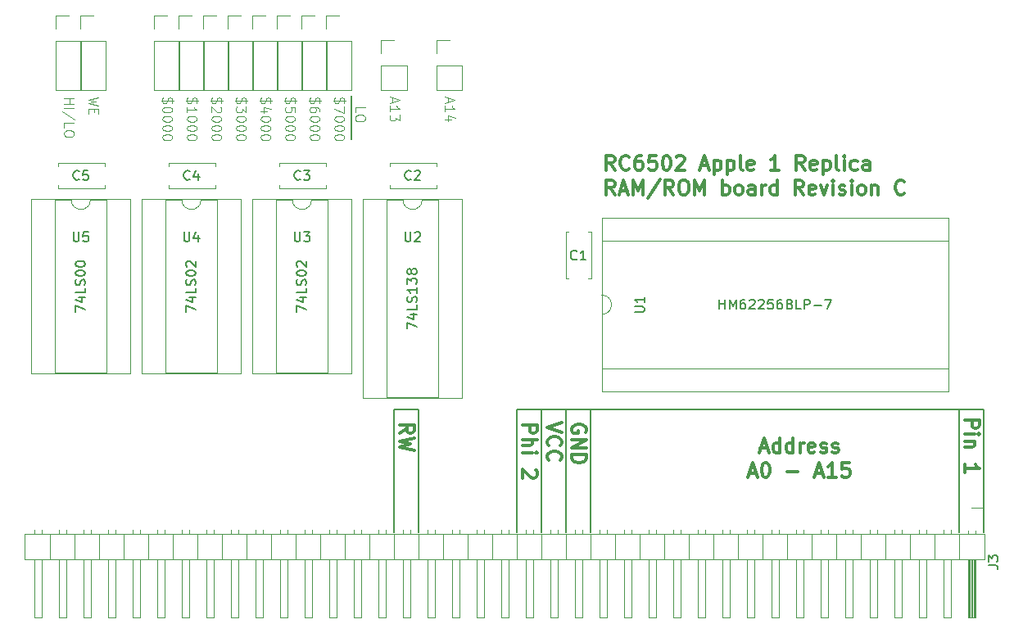
<source format=gto>
G04 #@! TF.FileFunction,Legend,Top*
%FSLAX46Y46*%
G04 Gerber Fmt 4.6, Leading zero omitted, Abs format (unit mm)*
G04 Created by KiCad (PCBNEW 4.0.7) date 12/22/18 18:54:53*
%MOMM*%
%LPD*%
G01*
G04 APERTURE LIST*
%ADD10C,0.100000*%
%ADD11C,0.200000*%
%ADD12C,0.300000*%
%ADD13C,0.120000*%
%ADD14C,0.150000*%
G04 APERTURE END LIST*
D10*
X122991619Y-106465715D02*
X122991619Y-105989524D01*
X123991619Y-105989524D01*
X123991619Y-106989524D02*
X123991619Y-107180001D01*
X123944000Y-107275239D01*
X123848762Y-107370477D01*
X123658286Y-107418096D01*
X123324952Y-107418096D01*
X123134476Y-107370477D01*
X123039238Y-107275239D01*
X122991619Y-107180001D01*
X122991619Y-106989524D01*
X123039238Y-106894286D01*
X123134476Y-106799048D01*
X123324952Y-106751429D01*
X123658286Y-106751429D01*
X123848762Y-106799048D01*
X123944000Y-106894286D01*
X123991619Y-106989524D01*
D11*
X122555000Y-104775000D02*
X122555000Y-109220000D01*
D10*
X120880238Y-104965476D02*
X120832619Y-105108333D01*
X120832619Y-105346429D01*
X120880238Y-105441667D01*
X120927857Y-105489286D01*
X121023095Y-105536905D01*
X121118333Y-105536905D01*
X121213571Y-105489286D01*
X121261190Y-105441667D01*
X121308810Y-105346429D01*
X121356429Y-105155952D01*
X121404048Y-105060714D01*
X121451667Y-105013095D01*
X121546905Y-104965476D01*
X121642143Y-104965476D01*
X121737381Y-105013095D01*
X121785000Y-105060714D01*
X121832619Y-105155952D01*
X121832619Y-105394048D01*
X121785000Y-105536905D01*
X121975476Y-105251190D02*
X120689762Y-105251190D01*
X121832619Y-105870238D02*
X121832619Y-106536905D01*
X120832619Y-106108333D01*
X121832619Y-107108333D02*
X121832619Y-107203572D01*
X121785000Y-107298810D01*
X121737381Y-107346429D01*
X121642143Y-107394048D01*
X121451667Y-107441667D01*
X121213571Y-107441667D01*
X121023095Y-107394048D01*
X120927857Y-107346429D01*
X120880238Y-107298810D01*
X120832619Y-107203572D01*
X120832619Y-107108333D01*
X120880238Y-107013095D01*
X120927857Y-106965476D01*
X121023095Y-106917857D01*
X121213571Y-106870238D01*
X121451667Y-106870238D01*
X121642143Y-106917857D01*
X121737381Y-106965476D01*
X121785000Y-107013095D01*
X121832619Y-107108333D01*
X121832619Y-108060714D02*
X121832619Y-108155953D01*
X121785000Y-108251191D01*
X121737381Y-108298810D01*
X121642143Y-108346429D01*
X121451667Y-108394048D01*
X121213571Y-108394048D01*
X121023095Y-108346429D01*
X120927857Y-108298810D01*
X120880238Y-108251191D01*
X120832619Y-108155953D01*
X120832619Y-108060714D01*
X120880238Y-107965476D01*
X120927857Y-107917857D01*
X121023095Y-107870238D01*
X121213571Y-107822619D01*
X121451667Y-107822619D01*
X121642143Y-107870238D01*
X121737381Y-107917857D01*
X121785000Y-107965476D01*
X121832619Y-108060714D01*
X121832619Y-109013095D02*
X121832619Y-109108334D01*
X121785000Y-109203572D01*
X121737381Y-109251191D01*
X121642143Y-109298810D01*
X121451667Y-109346429D01*
X121213571Y-109346429D01*
X121023095Y-109298810D01*
X120927857Y-109251191D01*
X120880238Y-109203572D01*
X120832619Y-109108334D01*
X120832619Y-109013095D01*
X120880238Y-108917857D01*
X120927857Y-108870238D01*
X121023095Y-108822619D01*
X121213571Y-108775000D01*
X121451667Y-108775000D01*
X121642143Y-108822619D01*
X121737381Y-108870238D01*
X121785000Y-108917857D01*
X121832619Y-109013095D01*
X118340238Y-104965476D02*
X118292619Y-105108333D01*
X118292619Y-105346429D01*
X118340238Y-105441667D01*
X118387857Y-105489286D01*
X118483095Y-105536905D01*
X118578333Y-105536905D01*
X118673571Y-105489286D01*
X118721190Y-105441667D01*
X118768810Y-105346429D01*
X118816429Y-105155952D01*
X118864048Y-105060714D01*
X118911667Y-105013095D01*
X119006905Y-104965476D01*
X119102143Y-104965476D01*
X119197381Y-105013095D01*
X119245000Y-105060714D01*
X119292619Y-105155952D01*
X119292619Y-105394048D01*
X119245000Y-105536905D01*
X119435476Y-105251190D02*
X118149762Y-105251190D01*
X119292619Y-106394048D02*
X119292619Y-106203571D01*
X119245000Y-106108333D01*
X119197381Y-106060714D01*
X119054524Y-105965476D01*
X118864048Y-105917857D01*
X118483095Y-105917857D01*
X118387857Y-105965476D01*
X118340238Y-106013095D01*
X118292619Y-106108333D01*
X118292619Y-106298810D01*
X118340238Y-106394048D01*
X118387857Y-106441667D01*
X118483095Y-106489286D01*
X118721190Y-106489286D01*
X118816429Y-106441667D01*
X118864048Y-106394048D01*
X118911667Y-106298810D01*
X118911667Y-106108333D01*
X118864048Y-106013095D01*
X118816429Y-105965476D01*
X118721190Y-105917857D01*
X119292619Y-107108333D02*
X119292619Y-107203572D01*
X119245000Y-107298810D01*
X119197381Y-107346429D01*
X119102143Y-107394048D01*
X118911667Y-107441667D01*
X118673571Y-107441667D01*
X118483095Y-107394048D01*
X118387857Y-107346429D01*
X118340238Y-107298810D01*
X118292619Y-107203572D01*
X118292619Y-107108333D01*
X118340238Y-107013095D01*
X118387857Y-106965476D01*
X118483095Y-106917857D01*
X118673571Y-106870238D01*
X118911667Y-106870238D01*
X119102143Y-106917857D01*
X119197381Y-106965476D01*
X119245000Y-107013095D01*
X119292619Y-107108333D01*
X119292619Y-108060714D02*
X119292619Y-108155953D01*
X119245000Y-108251191D01*
X119197381Y-108298810D01*
X119102143Y-108346429D01*
X118911667Y-108394048D01*
X118673571Y-108394048D01*
X118483095Y-108346429D01*
X118387857Y-108298810D01*
X118340238Y-108251191D01*
X118292619Y-108155953D01*
X118292619Y-108060714D01*
X118340238Y-107965476D01*
X118387857Y-107917857D01*
X118483095Y-107870238D01*
X118673571Y-107822619D01*
X118911667Y-107822619D01*
X119102143Y-107870238D01*
X119197381Y-107917857D01*
X119245000Y-107965476D01*
X119292619Y-108060714D01*
X119292619Y-109013095D02*
X119292619Y-109108334D01*
X119245000Y-109203572D01*
X119197381Y-109251191D01*
X119102143Y-109298810D01*
X118911667Y-109346429D01*
X118673571Y-109346429D01*
X118483095Y-109298810D01*
X118387857Y-109251191D01*
X118340238Y-109203572D01*
X118292619Y-109108334D01*
X118292619Y-109013095D01*
X118340238Y-108917857D01*
X118387857Y-108870238D01*
X118483095Y-108822619D01*
X118673571Y-108775000D01*
X118911667Y-108775000D01*
X119102143Y-108822619D01*
X119197381Y-108870238D01*
X119245000Y-108917857D01*
X119292619Y-109013095D01*
X115800238Y-104965476D02*
X115752619Y-105108333D01*
X115752619Y-105346429D01*
X115800238Y-105441667D01*
X115847857Y-105489286D01*
X115943095Y-105536905D01*
X116038333Y-105536905D01*
X116133571Y-105489286D01*
X116181190Y-105441667D01*
X116228810Y-105346429D01*
X116276429Y-105155952D01*
X116324048Y-105060714D01*
X116371667Y-105013095D01*
X116466905Y-104965476D01*
X116562143Y-104965476D01*
X116657381Y-105013095D01*
X116705000Y-105060714D01*
X116752619Y-105155952D01*
X116752619Y-105394048D01*
X116705000Y-105536905D01*
X116895476Y-105251190D02*
X115609762Y-105251190D01*
X116752619Y-106441667D02*
X116752619Y-105965476D01*
X116276429Y-105917857D01*
X116324048Y-105965476D01*
X116371667Y-106060714D01*
X116371667Y-106298810D01*
X116324048Y-106394048D01*
X116276429Y-106441667D01*
X116181190Y-106489286D01*
X115943095Y-106489286D01*
X115847857Y-106441667D01*
X115800238Y-106394048D01*
X115752619Y-106298810D01*
X115752619Y-106060714D01*
X115800238Y-105965476D01*
X115847857Y-105917857D01*
X116752619Y-107108333D02*
X116752619Y-107203572D01*
X116705000Y-107298810D01*
X116657381Y-107346429D01*
X116562143Y-107394048D01*
X116371667Y-107441667D01*
X116133571Y-107441667D01*
X115943095Y-107394048D01*
X115847857Y-107346429D01*
X115800238Y-107298810D01*
X115752619Y-107203572D01*
X115752619Y-107108333D01*
X115800238Y-107013095D01*
X115847857Y-106965476D01*
X115943095Y-106917857D01*
X116133571Y-106870238D01*
X116371667Y-106870238D01*
X116562143Y-106917857D01*
X116657381Y-106965476D01*
X116705000Y-107013095D01*
X116752619Y-107108333D01*
X116752619Y-108060714D02*
X116752619Y-108155953D01*
X116705000Y-108251191D01*
X116657381Y-108298810D01*
X116562143Y-108346429D01*
X116371667Y-108394048D01*
X116133571Y-108394048D01*
X115943095Y-108346429D01*
X115847857Y-108298810D01*
X115800238Y-108251191D01*
X115752619Y-108155953D01*
X115752619Y-108060714D01*
X115800238Y-107965476D01*
X115847857Y-107917857D01*
X115943095Y-107870238D01*
X116133571Y-107822619D01*
X116371667Y-107822619D01*
X116562143Y-107870238D01*
X116657381Y-107917857D01*
X116705000Y-107965476D01*
X116752619Y-108060714D01*
X116752619Y-109013095D02*
X116752619Y-109108334D01*
X116705000Y-109203572D01*
X116657381Y-109251191D01*
X116562143Y-109298810D01*
X116371667Y-109346429D01*
X116133571Y-109346429D01*
X115943095Y-109298810D01*
X115847857Y-109251191D01*
X115800238Y-109203572D01*
X115752619Y-109108334D01*
X115752619Y-109013095D01*
X115800238Y-108917857D01*
X115847857Y-108870238D01*
X115943095Y-108822619D01*
X116133571Y-108775000D01*
X116371667Y-108775000D01*
X116562143Y-108822619D01*
X116657381Y-108870238D01*
X116705000Y-108917857D01*
X116752619Y-109013095D01*
X113260238Y-104965476D02*
X113212619Y-105108333D01*
X113212619Y-105346429D01*
X113260238Y-105441667D01*
X113307857Y-105489286D01*
X113403095Y-105536905D01*
X113498333Y-105536905D01*
X113593571Y-105489286D01*
X113641190Y-105441667D01*
X113688810Y-105346429D01*
X113736429Y-105155952D01*
X113784048Y-105060714D01*
X113831667Y-105013095D01*
X113926905Y-104965476D01*
X114022143Y-104965476D01*
X114117381Y-105013095D01*
X114165000Y-105060714D01*
X114212619Y-105155952D01*
X114212619Y-105394048D01*
X114165000Y-105536905D01*
X114355476Y-105251190D02*
X113069762Y-105251190D01*
X113879286Y-106394048D02*
X113212619Y-106394048D01*
X114260238Y-106155952D02*
X113545952Y-105917857D01*
X113545952Y-106536905D01*
X114212619Y-107108333D02*
X114212619Y-107203572D01*
X114165000Y-107298810D01*
X114117381Y-107346429D01*
X114022143Y-107394048D01*
X113831667Y-107441667D01*
X113593571Y-107441667D01*
X113403095Y-107394048D01*
X113307857Y-107346429D01*
X113260238Y-107298810D01*
X113212619Y-107203572D01*
X113212619Y-107108333D01*
X113260238Y-107013095D01*
X113307857Y-106965476D01*
X113403095Y-106917857D01*
X113593571Y-106870238D01*
X113831667Y-106870238D01*
X114022143Y-106917857D01*
X114117381Y-106965476D01*
X114165000Y-107013095D01*
X114212619Y-107108333D01*
X114212619Y-108060714D02*
X114212619Y-108155953D01*
X114165000Y-108251191D01*
X114117381Y-108298810D01*
X114022143Y-108346429D01*
X113831667Y-108394048D01*
X113593571Y-108394048D01*
X113403095Y-108346429D01*
X113307857Y-108298810D01*
X113260238Y-108251191D01*
X113212619Y-108155953D01*
X113212619Y-108060714D01*
X113260238Y-107965476D01*
X113307857Y-107917857D01*
X113403095Y-107870238D01*
X113593571Y-107822619D01*
X113831667Y-107822619D01*
X114022143Y-107870238D01*
X114117381Y-107917857D01*
X114165000Y-107965476D01*
X114212619Y-108060714D01*
X114212619Y-109013095D02*
X114212619Y-109108334D01*
X114165000Y-109203572D01*
X114117381Y-109251191D01*
X114022143Y-109298810D01*
X113831667Y-109346429D01*
X113593571Y-109346429D01*
X113403095Y-109298810D01*
X113307857Y-109251191D01*
X113260238Y-109203572D01*
X113212619Y-109108334D01*
X113212619Y-109013095D01*
X113260238Y-108917857D01*
X113307857Y-108870238D01*
X113403095Y-108822619D01*
X113593571Y-108775000D01*
X113831667Y-108775000D01*
X114022143Y-108822619D01*
X114117381Y-108870238D01*
X114165000Y-108917857D01*
X114212619Y-109013095D01*
X110720238Y-104965476D02*
X110672619Y-105108333D01*
X110672619Y-105346429D01*
X110720238Y-105441667D01*
X110767857Y-105489286D01*
X110863095Y-105536905D01*
X110958333Y-105536905D01*
X111053571Y-105489286D01*
X111101190Y-105441667D01*
X111148810Y-105346429D01*
X111196429Y-105155952D01*
X111244048Y-105060714D01*
X111291667Y-105013095D01*
X111386905Y-104965476D01*
X111482143Y-104965476D01*
X111577381Y-105013095D01*
X111625000Y-105060714D01*
X111672619Y-105155952D01*
X111672619Y-105394048D01*
X111625000Y-105536905D01*
X111815476Y-105251190D02*
X110529762Y-105251190D01*
X111672619Y-105870238D02*
X111672619Y-106489286D01*
X111291667Y-106155952D01*
X111291667Y-106298810D01*
X111244048Y-106394048D01*
X111196429Y-106441667D01*
X111101190Y-106489286D01*
X110863095Y-106489286D01*
X110767857Y-106441667D01*
X110720238Y-106394048D01*
X110672619Y-106298810D01*
X110672619Y-106013095D01*
X110720238Y-105917857D01*
X110767857Y-105870238D01*
X111672619Y-107108333D02*
X111672619Y-107203572D01*
X111625000Y-107298810D01*
X111577381Y-107346429D01*
X111482143Y-107394048D01*
X111291667Y-107441667D01*
X111053571Y-107441667D01*
X110863095Y-107394048D01*
X110767857Y-107346429D01*
X110720238Y-107298810D01*
X110672619Y-107203572D01*
X110672619Y-107108333D01*
X110720238Y-107013095D01*
X110767857Y-106965476D01*
X110863095Y-106917857D01*
X111053571Y-106870238D01*
X111291667Y-106870238D01*
X111482143Y-106917857D01*
X111577381Y-106965476D01*
X111625000Y-107013095D01*
X111672619Y-107108333D01*
X111672619Y-108060714D02*
X111672619Y-108155953D01*
X111625000Y-108251191D01*
X111577381Y-108298810D01*
X111482143Y-108346429D01*
X111291667Y-108394048D01*
X111053571Y-108394048D01*
X110863095Y-108346429D01*
X110767857Y-108298810D01*
X110720238Y-108251191D01*
X110672619Y-108155953D01*
X110672619Y-108060714D01*
X110720238Y-107965476D01*
X110767857Y-107917857D01*
X110863095Y-107870238D01*
X111053571Y-107822619D01*
X111291667Y-107822619D01*
X111482143Y-107870238D01*
X111577381Y-107917857D01*
X111625000Y-107965476D01*
X111672619Y-108060714D01*
X111672619Y-109013095D02*
X111672619Y-109108334D01*
X111625000Y-109203572D01*
X111577381Y-109251191D01*
X111482143Y-109298810D01*
X111291667Y-109346429D01*
X111053571Y-109346429D01*
X110863095Y-109298810D01*
X110767857Y-109251191D01*
X110720238Y-109203572D01*
X110672619Y-109108334D01*
X110672619Y-109013095D01*
X110720238Y-108917857D01*
X110767857Y-108870238D01*
X110863095Y-108822619D01*
X111053571Y-108775000D01*
X111291667Y-108775000D01*
X111482143Y-108822619D01*
X111577381Y-108870238D01*
X111625000Y-108917857D01*
X111672619Y-109013095D01*
X108180238Y-104965476D02*
X108132619Y-105108333D01*
X108132619Y-105346429D01*
X108180238Y-105441667D01*
X108227857Y-105489286D01*
X108323095Y-105536905D01*
X108418333Y-105536905D01*
X108513571Y-105489286D01*
X108561190Y-105441667D01*
X108608810Y-105346429D01*
X108656429Y-105155952D01*
X108704048Y-105060714D01*
X108751667Y-105013095D01*
X108846905Y-104965476D01*
X108942143Y-104965476D01*
X109037381Y-105013095D01*
X109085000Y-105060714D01*
X109132619Y-105155952D01*
X109132619Y-105394048D01*
X109085000Y-105536905D01*
X109275476Y-105251190D02*
X107989762Y-105251190D01*
X109037381Y-105917857D02*
X109085000Y-105965476D01*
X109132619Y-106060714D01*
X109132619Y-106298810D01*
X109085000Y-106394048D01*
X109037381Y-106441667D01*
X108942143Y-106489286D01*
X108846905Y-106489286D01*
X108704048Y-106441667D01*
X108132619Y-105870238D01*
X108132619Y-106489286D01*
X109132619Y-107108333D02*
X109132619Y-107203572D01*
X109085000Y-107298810D01*
X109037381Y-107346429D01*
X108942143Y-107394048D01*
X108751667Y-107441667D01*
X108513571Y-107441667D01*
X108323095Y-107394048D01*
X108227857Y-107346429D01*
X108180238Y-107298810D01*
X108132619Y-107203572D01*
X108132619Y-107108333D01*
X108180238Y-107013095D01*
X108227857Y-106965476D01*
X108323095Y-106917857D01*
X108513571Y-106870238D01*
X108751667Y-106870238D01*
X108942143Y-106917857D01*
X109037381Y-106965476D01*
X109085000Y-107013095D01*
X109132619Y-107108333D01*
X109132619Y-108060714D02*
X109132619Y-108155953D01*
X109085000Y-108251191D01*
X109037381Y-108298810D01*
X108942143Y-108346429D01*
X108751667Y-108394048D01*
X108513571Y-108394048D01*
X108323095Y-108346429D01*
X108227857Y-108298810D01*
X108180238Y-108251191D01*
X108132619Y-108155953D01*
X108132619Y-108060714D01*
X108180238Y-107965476D01*
X108227857Y-107917857D01*
X108323095Y-107870238D01*
X108513571Y-107822619D01*
X108751667Y-107822619D01*
X108942143Y-107870238D01*
X109037381Y-107917857D01*
X109085000Y-107965476D01*
X109132619Y-108060714D01*
X109132619Y-109013095D02*
X109132619Y-109108334D01*
X109085000Y-109203572D01*
X109037381Y-109251191D01*
X108942143Y-109298810D01*
X108751667Y-109346429D01*
X108513571Y-109346429D01*
X108323095Y-109298810D01*
X108227857Y-109251191D01*
X108180238Y-109203572D01*
X108132619Y-109108334D01*
X108132619Y-109013095D01*
X108180238Y-108917857D01*
X108227857Y-108870238D01*
X108323095Y-108822619D01*
X108513571Y-108775000D01*
X108751667Y-108775000D01*
X108942143Y-108822619D01*
X109037381Y-108870238D01*
X109085000Y-108917857D01*
X109132619Y-109013095D01*
X105640238Y-104965476D02*
X105592619Y-105108333D01*
X105592619Y-105346429D01*
X105640238Y-105441667D01*
X105687857Y-105489286D01*
X105783095Y-105536905D01*
X105878333Y-105536905D01*
X105973571Y-105489286D01*
X106021190Y-105441667D01*
X106068810Y-105346429D01*
X106116429Y-105155952D01*
X106164048Y-105060714D01*
X106211667Y-105013095D01*
X106306905Y-104965476D01*
X106402143Y-104965476D01*
X106497381Y-105013095D01*
X106545000Y-105060714D01*
X106592619Y-105155952D01*
X106592619Y-105394048D01*
X106545000Y-105536905D01*
X106735476Y-105251190D02*
X105449762Y-105251190D01*
X105592619Y-106489286D02*
X105592619Y-105917857D01*
X105592619Y-106203571D02*
X106592619Y-106203571D01*
X106449762Y-106108333D01*
X106354524Y-106013095D01*
X106306905Y-105917857D01*
X106592619Y-107108333D02*
X106592619Y-107203572D01*
X106545000Y-107298810D01*
X106497381Y-107346429D01*
X106402143Y-107394048D01*
X106211667Y-107441667D01*
X105973571Y-107441667D01*
X105783095Y-107394048D01*
X105687857Y-107346429D01*
X105640238Y-107298810D01*
X105592619Y-107203572D01*
X105592619Y-107108333D01*
X105640238Y-107013095D01*
X105687857Y-106965476D01*
X105783095Y-106917857D01*
X105973571Y-106870238D01*
X106211667Y-106870238D01*
X106402143Y-106917857D01*
X106497381Y-106965476D01*
X106545000Y-107013095D01*
X106592619Y-107108333D01*
X106592619Y-108060714D02*
X106592619Y-108155953D01*
X106545000Y-108251191D01*
X106497381Y-108298810D01*
X106402143Y-108346429D01*
X106211667Y-108394048D01*
X105973571Y-108394048D01*
X105783095Y-108346429D01*
X105687857Y-108298810D01*
X105640238Y-108251191D01*
X105592619Y-108155953D01*
X105592619Y-108060714D01*
X105640238Y-107965476D01*
X105687857Y-107917857D01*
X105783095Y-107870238D01*
X105973571Y-107822619D01*
X106211667Y-107822619D01*
X106402143Y-107870238D01*
X106497381Y-107917857D01*
X106545000Y-107965476D01*
X106592619Y-108060714D01*
X106592619Y-109013095D02*
X106592619Y-109108334D01*
X106545000Y-109203572D01*
X106497381Y-109251191D01*
X106402143Y-109298810D01*
X106211667Y-109346429D01*
X105973571Y-109346429D01*
X105783095Y-109298810D01*
X105687857Y-109251191D01*
X105640238Y-109203572D01*
X105592619Y-109108334D01*
X105592619Y-109013095D01*
X105640238Y-108917857D01*
X105687857Y-108870238D01*
X105783095Y-108822619D01*
X105973571Y-108775000D01*
X106211667Y-108775000D01*
X106402143Y-108822619D01*
X106497381Y-108870238D01*
X106545000Y-108917857D01*
X106592619Y-109013095D01*
X103100238Y-104965476D02*
X103052619Y-105108333D01*
X103052619Y-105346429D01*
X103100238Y-105441667D01*
X103147857Y-105489286D01*
X103243095Y-105536905D01*
X103338333Y-105536905D01*
X103433571Y-105489286D01*
X103481190Y-105441667D01*
X103528810Y-105346429D01*
X103576429Y-105155952D01*
X103624048Y-105060714D01*
X103671667Y-105013095D01*
X103766905Y-104965476D01*
X103862143Y-104965476D01*
X103957381Y-105013095D01*
X104005000Y-105060714D01*
X104052619Y-105155952D01*
X104052619Y-105394048D01*
X104005000Y-105536905D01*
X104195476Y-105251190D02*
X102909762Y-105251190D01*
X104052619Y-106155952D02*
X104052619Y-106251191D01*
X104005000Y-106346429D01*
X103957381Y-106394048D01*
X103862143Y-106441667D01*
X103671667Y-106489286D01*
X103433571Y-106489286D01*
X103243095Y-106441667D01*
X103147857Y-106394048D01*
X103100238Y-106346429D01*
X103052619Y-106251191D01*
X103052619Y-106155952D01*
X103100238Y-106060714D01*
X103147857Y-106013095D01*
X103243095Y-105965476D01*
X103433571Y-105917857D01*
X103671667Y-105917857D01*
X103862143Y-105965476D01*
X103957381Y-106013095D01*
X104005000Y-106060714D01*
X104052619Y-106155952D01*
X104052619Y-107108333D02*
X104052619Y-107203572D01*
X104005000Y-107298810D01*
X103957381Y-107346429D01*
X103862143Y-107394048D01*
X103671667Y-107441667D01*
X103433571Y-107441667D01*
X103243095Y-107394048D01*
X103147857Y-107346429D01*
X103100238Y-107298810D01*
X103052619Y-107203572D01*
X103052619Y-107108333D01*
X103100238Y-107013095D01*
X103147857Y-106965476D01*
X103243095Y-106917857D01*
X103433571Y-106870238D01*
X103671667Y-106870238D01*
X103862143Y-106917857D01*
X103957381Y-106965476D01*
X104005000Y-107013095D01*
X104052619Y-107108333D01*
X104052619Y-108060714D02*
X104052619Y-108155953D01*
X104005000Y-108251191D01*
X103957381Y-108298810D01*
X103862143Y-108346429D01*
X103671667Y-108394048D01*
X103433571Y-108394048D01*
X103243095Y-108346429D01*
X103147857Y-108298810D01*
X103100238Y-108251191D01*
X103052619Y-108155953D01*
X103052619Y-108060714D01*
X103100238Y-107965476D01*
X103147857Y-107917857D01*
X103243095Y-107870238D01*
X103433571Y-107822619D01*
X103671667Y-107822619D01*
X103862143Y-107870238D01*
X103957381Y-107917857D01*
X104005000Y-107965476D01*
X104052619Y-108060714D01*
X104052619Y-109013095D02*
X104052619Y-109108334D01*
X104005000Y-109203572D01*
X103957381Y-109251191D01*
X103862143Y-109298810D01*
X103671667Y-109346429D01*
X103433571Y-109346429D01*
X103243095Y-109298810D01*
X103147857Y-109251191D01*
X103100238Y-109203572D01*
X103052619Y-109108334D01*
X103052619Y-109013095D01*
X103100238Y-108917857D01*
X103147857Y-108870238D01*
X103243095Y-108822619D01*
X103433571Y-108775000D01*
X103671667Y-108775000D01*
X103862143Y-108822619D01*
X103957381Y-108870238D01*
X104005000Y-108917857D01*
X104052619Y-109013095D01*
X132548333Y-104965476D02*
X132548333Y-105441667D01*
X132262619Y-104870238D02*
X133262619Y-105203571D01*
X132262619Y-105536905D01*
X132262619Y-106394048D02*
X132262619Y-105822619D01*
X132262619Y-106108333D02*
X133262619Y-106108333D01*
X133119762Y-106013095D01*
X133024524Y-105917857D01*
X132976905Y-105822619D01*
X132929286Y-107251191D02*
X132262619Y-107251191D01*
X133310238Y-107013095D02*
X132595952Y-106775000D01*
X132595952Y-107394048D01*
X96432619Y-104917857D02*
X95432619Y-105155952D01*
X96146905Y-105346429D01*
X95432619Y-105536905D01*
X96432619Y-105775000D01*
X95956429Y-106155952D02*
X95956429Y-106489286D01*
X95432619Y-106632143D02*
X95432619Y-106155952D01*
X96432619Y-106155952D01*
X96432619Y-106632143D01*
X92892619Y-105013095D02*
X93892619Y-105013095D01*
X93416429Y-105013095D02*
X93416429Y-105584524D01*
X92892619Y-105584524D02*
X93892619Y-105584524D01*
X92892619Y-106060714D02*
X93892619Y-106060714D01*
X93940238Y-107251190D02*
X92654524Y-106394047D01*
X92892619Y-108060714D02*
X92892619Y-107584523D01*
X93892619Y-107584523D01*
X93892619Y-108584523D02*
X93892619Y-108775000D01*
X93845000Y-108870238D01*
X93749762Y-108965476D01*
X93559286Y-109013095D01*
X93225952Y-109013095D01*
X93035476Y-108965476D01*
X92940238Y-108870238D01*
X92892619Y-108775000D01*
X92892619Y-108584523D01*
X92940238Y-108489285D01*
X93035476Y-108394047D01*
X93225952Y-108346428D01*
X93559286Y-108346428D01*
X93749762Y-108394047D01*
X93845000Y-108489285D01*
X93892619Y-108584523D01*
X126833333Y-104965476D02*
X126833333Y-105441667D01*
X126547619Y-104870238D02*
X127547619Y-105203571D01*
X126547619Y-105536905D01*
X126547619Y-106394048D02*
X126547619Y-105822619D01*
X126547619Y-106108333D02*
X127547619Y-106108333D01*
X127404762Y-106013095D01*
X127309524Y-105917857D01*
X127261905Y-105822619D01*
X127547619Y-106727381D02*
X127547619Y-107346429D01*
X127166667Y-107013095D01*
X127166667Y-107155953D01*
X127119048Y-107251191D01*
X127071429Y-107298810D01*
X126976190Y-107346429D01*
X126738095Y-107346429D01*
X126642857Y-107298810D01*
X126595238Y-107251191D01*
X126547619Y-107155953D01*
X126547619Y-106870238D01*
X126595238Y-106775000D01*
X126642857Y-106727381D01*
D11*
X127000000Y-137160000D02*
X129540000Y-137160000D01*
X127000000Y-149860000D02*
X127000000Y-137160000D01*
X129540000Y-137160000D02*
X129540000Y-149860000D01*
D12*
X127591429Y-139644286D02*
X128305714Y-139144286D01*
X127591429Y-138787143D02*
X129091429Y-138787143D01*
X129091429Y-139358571D01*
X129020000Y-139501429D01*
X128948571Y-139572857D01*
X128805714Y-139644286D01*
X128591429Y-139644286D01*
X128448571Y-139572857D01*
X128377143Y-139501429D01*
X128305714Y-139358571D01*
X128305714Y-138787143D01*
X129091429Y-140144286D02*
X127591429Y-140501429D01*
X128662857Y-140787143D01*
X127591429Y-141072857D01*
X129091429Y-141430000D01*
D11*
X185420000Y-137160000D02*
X185420000Y-149860000D01*
X139700000Y-137160000D02*
X139700000Y-149860000D01*
X142240000Y-137160000D02*
X139700000Y-137160000D01*
D12*
X140291429Y-138787143D02*
X141791429Y-138787143D01*
X141791429Y-139358571D01*
X141720000Y-139501429D01*
X141648571Y-139572857D01*
X141505714Y-139644286D01*
X141291429Y-139644286D01*
X141148571Y-139572857D01*
X141077143Y-139501429D01*
X141005714Y-139358571D01*
X141005714Y-138787143D01*
X140291429Y-140287143D02*
X141791429Y-140287143D01*
X140291429Y-140930000D02*
X141077143Y-140930000D01*
X141220000Y-140858571D01*
X141291429Y-140715714D01*
X141291429Y-140501429D01*
X141220000Y-140358571D01*
X141148571Y-140287143D01*
X140291429Y-141644286D02*
X141291429Y-141644286D01*
X141791429Y-141644286D02*
X141720000Y-141572857D01*
X141648571Y-141644286D01*
X141720000Y-141715714D01*
X141791429Y-141644286D01*
X141648571Y-141644286D01*
X141648571Y-143430000D02*
X141720000Y-143501429D01*
X141791429Y-143644286D01*
X141791429Y-144001429D01*
X141720000Y-144144286D01*
X141648571Y-144215715D01*
X141505714Y-144287143D01*
X141362857Y-144287143D01*
X141148571Y-144215715D01*
X140291429Y-143358572D01*
X140291429Y-144287143D01*
X164874286Y-141215000D02*
X165588572Y-141215000D01*
X164731429Y-141643571D02*
X165231429Y-140143571D01*
X165731429Y-141643571D01*
X166874286Y-141643571D02*
X166874286Y-140143571D01*
X166874286Y-141572143D02*
X166731429Y-141643571D01*
X166445715Y-141643571D01*
X166302857Y-141572143D01*
X166231429Y-141500714D01*
X166160000Y-141357857D01*
X166160000Y-140929286D01*
X166231429Y-140786429D01*
X166302857Y-140715000D01*
X166445715Y-140643571D01*
X166731429Y-140643571D01*
X166874286Y-140715000D01*
X168231429Y-141643571D02*
X168231429Y-140143571D01*
X168231429Y-141572143D02*
X168088572Y-141643571D01*
X167802858Y-141643571D01*
X167660000Y-141572143D01*
X167588572Y-141500714D01*
X167517143Y-141357857D01*
X167517143Y-140929286D01*
X167588572Y-140786429D01*
X167660000Y-140715000D01*
X167802858Y-140643571D01*
X168088572Y-140643571D01*
X168231429Y-140715000D01*
X168945715Y-141643571D02*
X168945715Y-140643571D01*
X168945715Y-140929286D02*
X169017143Y-140786429D01*
X169088572Y-140715000D01*
X169231429Y-140643571D01*
X169374286Y-140643571D01*
X170445714Y-141572143D02*
X170302857Y-141643571D01*
X170017143Y-141643571D01*
X169874286Y-141572143D01*
X169802857Y-141429286D01*
X169802857Y-140857857D01*
X169874286Y-140715000D01*
X170017143Y-140643571D01*
X170302857Y-140643571D01*
X170445714Y-140715000D01*
X170517143Y-140857857D01*
X170517143Y-141000714D01*
X169802857Y-141143571D01*
X171088571Y-141572143D02*
X171231428Y-141643571D01*
X171517143Y-141643571D01*
X171660000Y-141572143D01*
X171731428Y-141429286D01*
X171731428Y-141357857D01*
X171660000Y-141215000D01*
X171517143Y-141143571D01*
X171302857Y-141143571D01*
X171160000Y-141072143D01*
X171088571Y-140929286D01*
X171088571Y-140857857D01*
X171160000Y-140715000D01*
X171302857Y-140643571D01*
X171517143Y-140643571D01*
X171660000Y-140715000D01*
X172302857Y-141572143D02*
X172445714Y-141643571D01*
X172731429Y-141643571D01*
X172874286Y-141572143D01*
X172945714Y-141429286D01*
X172945714Y-141357857D01*
X172874286Y-141215000D01*
X172731429Y-141143571D01*
X172517143Y-141143571D01*
X172374286Y-141072143D01*
X172302857Y-140929286D01*
X172302857Y-140857857D01*
X172374286Y-140715000D01*
X172517143Y-140643571D01*
X172731429Y-140643571D01*
X172874286Y-140715000D01*
X163695715Y-143765000D02*
X164410001Y-143765000D01*
X163552858Y-144193571D02*
X164052858Y-142693571D01*
X164552858Y-144193571D01*
X165338572Y-142693571D02*
X165481429Y-142693571D01*
X165624286Y-142765000D01*
X165695715Y-142836429D01*
X165767144Y-142979286D01*
X165838572Y-143265000D01*
X165838572Y-143622143D01*
X165767144Y-143907857D01*
X165695715Y-144050714D01*
X165624286Y-144122143D01*
X165481429Y-144193571D01*
X165338572Y-144193571D01*
X165195715Y-144122143D01*
X165124286Y-144050714D01*
X165052858Y-143907857D01*
X164981429Y-143622143D01*
X164981429Y-143265000D01*
X165052858Y-142979286D01*
X165124286Y-142836429D01*
X165195715Y-142765000D01*
X165338572Y-142693571D01*
X167624286Y-143622143D02*
X168767143Y-143622143D01*
X170552857Y-143765000D02*
X171267143Y-143765000D01*
X170410000Y-144193571D02*
X170910000Y-142693571D01*
X171410000Y-144193571D01*
X172695714Y-144193571D02*
X171838571Y-144193571D01*
X172267143Y-144193571D02*
X172267143Y-142693571D01*
X172124286Y-142907857D01*
X171981428Y-143050714D01*
X171838571Y-143122143D01*
X174052857Y-142693571D02*
X173338571Y-142693571D01*
X173267142Y-143407857D01*
X173338571Y-143336429D01*
X173481428Y-143265000D01*
X173838571Y-143265000D01*
X173981428Y-143336429D01*
X174052857Y-143407857D01*
X174124285Y-143550714D01*
X174124285Y-143907857D01*
X174052857Y-144050714D01*
X173981428Y-144122143D01*
X173838571Y-144193571D01*
X173481428Y-144193571D01*
X173338571Y-144122143D01*
X173267142Y-144050714D01*
X146800000Y-139572857D02*
X146871429Y-139430000D01*
X146871429Y-139215714D01*
X146800000Y-139001429D01*
X146657143Y-138858571D01*
X146514286Y-138787143D01*
X146228571Y-138715714D01*
X146014286Y-138715714D01*
X145728571Y-138787143D01*
X145585714Y-138858571D01*
X145442857Y-139001429D01*
X145371429Y-139215714D01*
X145371429Y-139358571D01*
X145442857Y-139572857D01*
X145514286Y-139644286D01*
X146014286Y-139644286D01*
X146014286Y-139358571D01*
X145371429Y-140287143D02*
X146871429Y-140287143D01*
X145371429Y-141144286D01*
X146871429Y-141144286D01*
X145371429Y-141858572D02*
X146871429Y-141858572D01*
X146871429Y-142215715D01*
X146800000Y-142430000D01*
X146657143Y-142572858D01*
X146514286Y-142644286D01*
X146228571Y-142715715D01*
X146014286Y-142715715D01*
X145728571Y-142644286D01*
X145585714Y-142572858D01*
X145442857Y-142430000D01*
X145371429Y-142215715D01*
X145371429Y-141858572D01*
X144331429Y-138572857D02*
X142831429Y-139072857D01*
X144331429Y-139572857D01*
X142974286Y-140930000D02*
X142902857Y-140858571D01*
X142831429Y-140644285D01*
X142831429Y-140501428D01*
X142902857Y-140287143D01*
X143045714Y-140144285D01*
X143188571Y-140072857D01*
X143474286Y-140001428D01*
X143688571Y-140001428D01*
X143974286Y-140072857D01*
X144117143Y-140144285D01*
X144260000Y-140287143D01*
X144331429Y-140501428D01*
X144331429Y-140644285D01*
X144260000Y-140858571D01*
X144188571Y-140930000D01*
X142974286Y-142430000D02*
X142902857Y-142358571D01*
X142831429Y-142144285D01*
X142831429Y-142001428D01*
X142902857Y-141787143D01*
X143045714Y-141644285D01*
X143188571Y-141572857D01*
X143474286Y-141501428D01*
X143688571Y-141501428D01*
X143974286Y-141572857D01*
X144117143Y-141644285D01*
X144260000Y-141787143D01*
X144331429Y-142001428D01*
X144331429Y-142144285D01*
X144260000Y-142358571D01*
X144188571Y-142430000D01*
D11*
X147320000Y-137160000D02*
X185420000Y-137160000D01*
X147320000Y-137160000D02*
X144780000Y-137160000D01*
X147320000Y-149860000D02*
X147320000Y-137160000D01*
X144780000Y-137160000D02*
X144780000Y-149860000D01*
X142240000Y-137160000D02*
X144780000Y-137160000D01*
X142240000Y-149860000D02*
X142240000Y-137160000D01*
D12*
X149804286Y-112433571D02*
X149304286Y-111719286D01*
X148947143Y-112433571D02*
X148947143Y-110933571D01*
X149518571Y-110933571D01*
X149661429Y-111005000D01*
X149732857Y-111076429D01*
X149804286Y-111219286D01*
X149804286Y-111433571D01*
X149732857Y-111576429D01*
X149661429Y-111647857D01*
X149518571Y-111719286D01*
X148947143Y-111719286D01*
X151304286Y-112290714D02*
X151232857Y-112362143D01*
X151018571Y-112433571D01*
X150875714Y-112433571D01*
X150661429Y-112362143D01*
X150518571Y-112219286D01*
X150447143Y-112076429D01*
X150375714Y-111790714D01*
X150375714Y-111576429D01*
X150447143Y-111290714D01*
X150518571Y-111147857D01*
X150661429Y-111005000D01*
X150875714Y-110933571D01*
X151018571Y-110933571D01*
X151232857Y-111005000D01*
X151304286Y-111076429D01*
X152590000Y-110933571D02*
X152304286Y-110933571D01*
X152161429Y-111005000D01*
X152090000Y-111076429D01*
X151947143Y-111290714D01*
X151875714Y-111576429D01*
X151875714Y-112147857D01*
X151947143Y-112290714D01*
X152018571Y-112362143D01*
X152161429Y-112433571D01*
X152447143Y-112433571D01*
X152590000Y-112362143D01*
X152661429Y-112290714D01*
X152732857Y-112147857D01*
X152732857Y-111790714D01*
X152661429Y-111647857D01*
X152590000Y-111576429D01*
X152447143Y-111505000D01*
X152161429Y-111505000D01*
X152018571Y-111576429D01*
X151947143Y-111647857D01*
X151875714Y-111790714D01*
X154090000Y-110933571D02*
X153375714Y-110933571D01*
X153304285Y-111647857D01*
X153375714Y-111576429D01*
X153518571Y-111505000D01*
X153875714Y-111505000D01*
X154018571Y-111576429D01*
X154090000Y-111647857D01*
X154161428Y-111790714D01*
X154161428Y-112147857D01*
X154090000Y-112290714D01*
X154018571Y-112362143D01*
X153875714Y-112433571D01*
X153518571Y-112433571D01*
X153375714Y-112362143D01*
X153304285Y-112290714D01*
X155089999Y-110933571D02*
X155232856Y-110933571D01*
X155375713Y-111005000D01*
X155447142Y-111076429D01*
X155518571Y-111219286D01*
X155589999Y-111505000D01*
X155589999Y-111862143D01*
X155518571Y-112147857D01*
X155447142Y-112290714D01*
X155375713Y-112362143D01*
X155232856Y-112433571D01*
X155089999Y-112433571D01*
X154947142Y-112362143D01*
X154875713Y-112290714D01*
X154804285Y-112147857D01*
X154732856Y-111862143D01*
X154732856Y-111505000D01*
X154804285Y-111219286D01*
X154875713Y-111076429D01*
X154947142Y-111005000D01*
X155089999Y-110933571D01*
X156161427Y-111076429D02*
X156232856Y-111005000D01*
X156375713Y-110933571D01*
X156732856Y-110933571D01*
X156875713Y-111005000D01*
X156947142Y-111076429D01*
X157018570Y-111219286D01*
X157018570Y-111362143D01*
X156947142Y-111576429D01*
X156089999Y-112433571D01*
X157018570Y-112433571D01*
X158732855Y-112005000D02*
X159447141Y-112005000D01*
X158589998Y-112433571D02*
X159089998Y-110933571D01*
X159589998Y-112433571D01*
X160089998Y-111433571D02*
X160089998Y-112933571D01*
X160089998Y-111505000D02*
X160232855Y-111433571D01*
X160518569Y-111433571D01*
X160661426Y-111505000D01*
X160732855Y-111576429D01*
X160804284Y-111719286D01*
X160804284Y-112147857D01*
X160732855Y-112290714D01*
X160661426Y-112362143D01*
X160518569Y-112433571D01*
X160232855Y-112433571D01*
X160089998Y-112362143D01*
X161447141Y-111433571D02*
X161447141Y-112933571D01*
X161447141Y-111505000D02*
X161589998Y-111433571D01*
X161875712Y-111433571D01*
X162018569Y-111505000D01*
X162089998Y-111576429D01*
X162161427Y-111719286D01*
X162161427Y-112147857D01*
X162089998Y-112290714D01*
X162018569Y-112362143D01*
X161875712Y-112433571D01*
X161589998Y-112433571D01*
X161447141Y-112362143D01*
X163018570Y-112433571D02*
X162875712Y-112362143D01*
X162804284Y-112219286D01*
X162804284Y-110933571D01*
X164161426Y-112362143D02*
X164018569Y-112433571D01*
X163732855Y-112433571D01*
X163589998Y-112362143D01*
X163518569Y-112219286D01*
X163518569Y-111647857D01*
X163589998Y-111505000D01*
X163732855Y-111433571D01*
X164018569Y-111433571D01*
X164161426Y-111505000D01*
X164232855Y-111647857D01*
X164232855Y-111790714D01*
X163518569Y-111933571D01*
X166804283Y-112433571D02*
X165947140Y-112433571D01*
X166375712Y-112433571D02*
X166375712Y-110933571D01*
X166232855Y-111147857D01*
X166089997Y-111290714D01*
X165947140Y-111362143D01*
X169447140Y-112433571D02*
X168947140Y-111719286D01*
X168589997Y-112433571D02*
X168589997Y-110933571D01*
X169161425Y-110933571D01*
X169304283Y-111005000D01*
X169375711Y-111076429D01*
X169447140Y-111219286D01*
X169447140Y-111433571D01*
X169375711Y-111576429D01*
X169304283Y-111647857D01*
X169161425Y-111719286D01*
X168589997Y-111719286D01*
X170661425Y-112362143D02*
X170518568Y-112433571D01*
X170232854Y-112433571D01*
X170089997Y-112362143D01*
X170018568Y-112219286D01*
X170018568Y-111647857D01*
X170089997Y-111505000D01*
X170232854Y-111433571D01*
X170518568Y-111433571D01*
X170661425Y-111505000D01*
X170732854Y-111647857D01*
X170732854Y-111790714D01*
X170018568Y-111933571D01*
X171375711Y-111433571D02*
X171375711Y-112933571D01*
X171375711Y-111505000D02*
X171518568Y-111433571D01*
X171804282Y-111433571D01*
X171947139Y-111505000D01*
X172018568Y-111576429D01*
X172089997Y-111719286D01*
X172089997Y-112147857D01*
X172018568Y-112290714D01*
X171947139Y-112362143D01*
X171804282Y-112433571D01*
X171518568Y-112433571D01*
X171375711Y-112362143D01*
X172947140Y-112433571D02*
X172804282Y-112362143D01*
X172732854Y-112219286D01*
X172732854Y-110933571D01*
X173518568Y-112433571D02*
X173518568Y-111433571D01*
X173518568Y-110933571D02*
X173447139Y-111005000D01*
X173518568Y-111076429D01*
X173589996Y-111005000D01*
X173518568Y-110933571D01*
X173518568Y-111076429D01*
X174875711Y-112362143D02*
X174732854Y-112433571D01*
X174447140Y-112433571D01*
X174304282Y-112362143D01*
X174232854Y-112290714D01*
X174161425Y-112147857D01*
X174161425Y-111719286D01*
X174232854Y-111576429D01*
X174304282Y-111505000D01*
X174447140Y-111433571D01*
X174732854Y-111433571D01*
X174875711Y-111505000D01*
X176161425Y-112433571D02*
X176161425Y-111647857D01*
X176089996Y-111505000D01*
X175947139Y-111433571D01*
X175661425Y-111433571D01*
X175518568Y-111505000D01*
X176161425Y-112362143D02*
X176018568Y-112433571D01*
X175661425Y-112433571D01*
X175518568Y-112362143D01*
X175447139Y-112219286D01*
X175447139Y-112076429D01*
X175518568Y-111933571D01*
X175661425Y-111862143D01*
X176018568Y-111862143D01*
X176161425Y-111790714D01*
X149804286Y-114983571D02*
X149304286Y-114269286D01*
X148947143Y-114983571D02*
X148947143Y-113483571D01*
X149518571Y-113483571D01*
X149661429Y-113555000D01*
X149732857Y-113626429D01*
X149804286Y-113769286D01*
X149804286Y-113983571D01*
X149732857Y-114126429D01*
X149661429Y-114197857D01*
X149518571Y-114269286D01*
X148947143Y-114269286D01*
X150375714Y-114555000D02*
X151090000Y-114555000D01*
X150232857Y-114983571D02*
X150732857Y-113483571D01*
X151232857Y-114983571D01*
X151732857Y-114983571D02*
X151732857Y-113483571D01*
X152232857Y-114555000D01*
X152732857Y-113483571D01*
X152732857Y-114983571D01*
X154518571Y-113412143D02*
X153232857Y-115340714D01*
X155875715Y-114983571D02*
X155375715Y-114269286D01*
X155018572Y-114983571D02*
X155018572Y-113483571D01*
X155590000Y-113483571D01*
X155732858Y-113555000D01*
X155804286Y-113626429D01*
X155875715Y-113769286D01*
X155875715Y-113983571D01*
X155804286Y-114126429D01*
X155732858Y-114197857D01*
X155590000Y-114269286D01*
X155018572Y-114269286D01*
X156804286Y-113483571D02*
X157090000Y-113483571D01*
X157232858Y-113555000D01*
X157375715Y-113697857D01*
X157447143Y-113983571D01*
X157447143Y-114483571D01*
X157375715Y-114769286D01*
X157232858Y-114912143D01*
X157090000Y-114983571D01*
X156804286Y-114983571D01*
X156661429Y-114912143D01*
X156518572Y-114769286D01*
X156447143Y-114483571D01*
X156447143Y-113983571D01*
X156518572Y-113697857D01*
X156661429Y-113555000D01*
X156804286Y-113483571D01*
X158090001Y-114983571D02*
X158090001Y-113483571D01*
X158590001Y-114555000D01*
X159090001Y-113483571D01*
X159090001Y-114983571D01*
X160947144Y-114983571D02*
X160947144Y-113483571D01*
X160947144Y-114055000D02*
X161090001Y-113983571D01*
X161375715Y-113983571D01*
X161518572Y-114055000D01*
X161590001Y-114126429D01*
X161661430Y-114269286D01*
X161661430Y-114697857D01*
X161590001Y-114840714D01*
X161518572Y-114912143D01*
X161375715Y-114983571D01*
X161090001Y-114983571D01*
X160947144Y-114912143D01*
X162518573Y-114983571D02*
X162375715Y-114912143D01*
X162304287Y-114840714D01*
X162232858Y-114697857D01*
X162232858Y-114269286D01*
X162304287Y-114126429D01*
X162375715Y-114055000D01*
X162518573Y-113983571D01*
X162732858Y-113983571D01*
X162875715Y-114055000D01*
X162947144Y-114126429D01*
X163018573Y-114269286D01*
X163018573Y-114697857D01*
X162947144Y-114840714D01*
X162875715Y-114912143D01*
X162732858Y-114983571D01*
X162518573Y-114983571D01*
X164304287Y-114983571D02*
X164304287Y-114197857D01*
X164232858Y-114055000D01*
X164090001Y-113983571D01*
X163804287Y-113983571D01*
X163661430Y-114055000D01*
X164304287Y-114912143D02*
X164161430Y-114983571D01*
X163804287Y-114983571D01*
X163661430Y-114912143D01*
X163590001Y-114769286D01*
X163590001Y-114626429D01*
X163661430Y-114483571D01*
X163804287Y-114412143D01*
X164161430Y-114412143D01*
X164304287Y-114340714D01*
X165018573Y-114983571D02*
X165018573Y-113983571D01*
X165018573Y-114269286D02*
X165090001Y-114126429D01*
X165161430Y-114055000D01*
X165304287Y-113983571D01*
X165447144Y-113983571D01*
X166590001Y-114983571D02*
X166590001Y-113483571D01*
X166590001Y-114912143D02*
X166447144Y-114983571D01*
X166161430Y-114983571D01*
X166018572Y-114912143D01*
X165947144Y-114840714D01*
X165875715Y-114697857D01*
X165875715Y-114269286D01*
X165947144Y-114126429D01*
X166018572Y-114055000D01*
X166161430Y-113983571D01*
X166447144Y-113983571D01*
X166590001Y-114055000D01*
X169304287Y-114983571D02*
X168804287Y-114269286D01*
X168447144Y-114983571D02*
X168447144Y-113483571D01*
X169018572Y-113483571D01*
X169161430Y-113555000D01*
X169232858Y-113626429D01*
X169304287Y-113769286D01*
X169304287Y-113983571D01*
X169232858Y-114126429D01*
X169161430Y-114197857D01*
X169018572Y-114269286D01*
X168447144Y-114269286D01*
X170518572Y-114912143D02*
X170375715Y-114983571D01*
X170090001Y-114983571D01*
X169947144Y-114912143D01*
X169875715Y-114769286D01*
X169875715Y-114197857D01*
X169947144Y-114055000D01*
X170090001Y-113983571D01*
X170375715Y-113983571D01*
X170518572Y-114055000D01*
X170590001Y-114197857D01*
X170590001Y-114340714D01*
X169875715Y-114483571D01*
X171090001Y-113983571D02*
X171447144Y-114983571D01*
X171804286Y-113983571D01*
X172375715Y-114983571D02*
X172375715Y-113983571D01*
X172375715Y-113483571D02*
X172304286Y-113555000D01*
X172375715Y-113626429D01*
X172447143Y-113555000D01*
X172375715Y-113483571D01*
X172375715Y-113626429D01*
X173018572Y-114912143D02*
X173161429Y-114983571D01*
X173447144Y-114983571D01*
X173590001Y-114912143D01*
X173661429Y-114769286D01*
X173661429Y-114697857D01*
X173590001Y-114555000D01*
X173447144Y-114483571D01*
X173232858Y-114483571D01*
X173090001Y-114412143D01*
X173018572Y-114269286D01*
X173018572Y-114197857D01*
X173090001Y-114055000D01*
X173232858Y-113983571D01*
X173447144Y-113983571D01*
X173590001Y-114055000D01*
X174304287Y-114983571D02*
X174304287Y-113983571D01*
X174304287Y-113483571D02*
X174232858Y-113555000D01*
X174304287Y-113626429D01*
X174375715Y-113555000D01*
X174304287Y-113483571D01*
X174304287Y-113626429D01*
X175232859Y-114983571D02*
X175090001Y-114912143D01*
X175018573Y-114840714D01*
X174947144Y-114697857D01*
X174947144Y-114269286D01*
X175018573Y-114126429D01*
X175090001Y-114055000D01*
X175232859Y-113983571D01*
X175447144Y-113983571D01*
X175590001Y-114055000D01*
X175661430Y-114126429D01*
X175732859Y-114269286D01*
X175732859Y-114697857D01*
X175661430Y-114840714D01*
X175590001Y-114912143D01*
X175447144Y-114983571D01*
X175232859Y-114983571D01*
X176375716Y-113983571D02*
X176375716Y-114983571D01*
X176375716Y-114126429D02*
X176447144Y-114055000D01*
X176590002Y-113983571D01*
X176804287Y-113983571D01*
X176947144Y-114055000D01*
X177018573Y-114197857D01*
X177018573Y-114983571D01*
X179732859Y-114840714D02*
X179661430Y-114912143D01*
X179447144Y-114983571D01*
X179304287Y-114983571D01*
X179090002Y-114912143D01*
X178947144Y-114769286D01*
X178875716Y-114626429D01*
X178804287Y-114340714D01*
X178804287Y-114126429D01*
X178875716Y-113840714D01*
X178947144Y-113697857D01*
X179090002Y-113555000D01*
X179304287Y-113483571D01*
X179447144Y-113483571D01*
X179661430Y-113555000D01*
X179732859Y-113626429D01*
X186011429Y-138255715D02*
X187511429Y-138255715D01*
X187511429Y-138827143D01*
X187440000Y-138970001D01*
X187368571Y-139041429D01*
X187225714Y-139112858D01*
X187011429Y-139112858D01*
X186868571Y-139041429D01*
X186797143Y-138970001D01*
X186725714Y-138827143D01*
X186725714Y-138255715D01*
X186011429Y-139755715D02*
X187011429Y-139755715D01*
X187511429Y-139755715D02*
X187440000Y-139684286D01*
X187368571Y-139755715D01*
X187440000Y-139827143D01*
X187511429Y-139755715D01*
X187368571Y-139755715D01*
X187011429Y-140470001D02*
X186011429Y-140470001D01*
X186868571Y-140470001D02*
X186940000Y-140541429D01*
X187011429Y-140684287D01*
X187011429Y-140898572D01*
X186940000Y-141041429D01*
X186797143Y-141112858D01*
X186011429Y-141112858D01*
X186011429Y-143755715D02*
X186011429Y-142898572D01*
X186011429Y-143327144D02*
X187511429Y-143327144D01*
X187297143Y-143184287D01*
X187154286Y-143041429D01*
X187082857Y-142898572D01*
D11*
X187960000Y-137160000D02*
X187960000Y-149860000D01*
X185420000Y-137160000D02*
X187960000Y-137160000D01*
D13*
X148470000Y-127365000D02*
X148470000Y-132945000D01*
X148470000Y-132945000D02*
X184270000Y-132945000D01*
X184270000Y-132945000D02*
X184270000Y-119785000D01*
X184270000Y-119785000D02*
X148470000Y-119785000D01*
X148470000Y-119785000D02*
X148470000Y-125365000D01*
X148470000Y-135375000D02*
X184270000Y-135375000D01*
X184270000Y-135375000D02*
X184270000Y-117355000D01*
X184270000Y-117355000D02*
X148470000Y-117355000D01*
X148470000Y-117355000D02*
X148470000Y-135375000D01*
X148470000Y-125365000D02*
G75*
G02X148470000Y-127365000I0J-1000000D01*
G01*
X131355000Y-114340000D02*
X126535000Y-114340000D01*
X131355000Y-111720000D02*
X126535000Y-111720000D01*
X131355000Y-114340000D02*
X131355000Y-114026000D01*
X131355000Y-112034000D02*
X131355000Y-111720000D01*
X126535000Y-114340000D02*
X126535000Y-114026000D01*
X126535000Y-112034000D02*
X126535000Y-111720000D01*
X119925000Y-114340000D02*
X115105000Y-114340000D01*
X119925000Y-111720000D02*
X115105000Y-111720000D01*
X119925000Y-114340000D02*
X119925000Y-114026000D01*
X119925000Y-112034000D02*
X119925000Y-111720000D01*
X115105000Y-114340000D02*
X115105000Y-114026000D01*
X115105000Y-112034000D02*
X115105000Y-111720000D01*
X147360000Y-118835000D02*
X147360000Y-123655000D01*
X144740000Y-118835000D02*
X144740000Y-123655000D01*
X147360000Y-118835000D02*
X147046000Y-118835000D01*
X145054000Y-118835000D02*
X144740000Y-118835000D01*
X147360000Y-123655000D02*
X147046000Y-123655000D01*
X145054000Y-123655000D02*
X144740000Y-123655000D01*
X108495000Y-114340000D02*
X103675000Y-114340000D01*
X108495000Y-111720000D02*
X103675000Y-111720000D01*
X108495000Y-114340000D02*
X108495000Y-114026000D01*
X108495000Y-112034000D02*
X108495000Y-111720000D01*
X103675000Y-114340000D02*
X103675000Y-114026000D01*
X103675000Y-112034000D02*
X103675000Y-111720000D01*
X188020000Y-150030000D02*
X88840000Y-150030000D01*
X88840000Y-150030000D02*
X88840000Y-152690000D01*
X88840000Y-152690000D02*
X188020000Y-152690000D01*
X188020000Y-152690000D02*
X188020000Y-150030000D01*
X187070000Y-152690000D02*
X187070000Y-158690000D01*
X187070000Y-158690000D02*
X186310000Y-158690000D01*
X186310000Y-158690000D02*
X186310000Y-152690000D01*
X187010000Y-152690000D02*
X187010000Y-158690000D01*
X186890000Y-152690000D02*
X186890000Y-158690000D01*
X186770000Y-152690000D02*
X186770000Y-158690000D01*
X186650000Y-152690000D02*
X186650000Y-158690000D01*
X186530000Y-152690000D02*
X186530000Y-158690000D01*
X186410000Y-152690000D02*
X186410000Y-158690000D01*
X187070000Y-149700000D02*
X187070000Y-150030000D01*
X186310000Y-149700000D02*
X186310000Y-150030000D01*
X185420000Y-150030000D02*
X185420000Y-152690000D01*
X184530000Y-152690000D02*
X184530000Y-158690000D01*
X184530000Y-158690000D02*
X183770000Y-158690000D01*
X183770000Y-158690000D02*
X183770000Y-152690000D01*
X184530000Y-149632929D02*
X184530000Y-150030000D01*
X183770000Y-149632929D02*
X183770000Y-150030000D01*
X182880000Y-150030000D02*
X182880000Y-152690000D01*
X181990000Y-152690000D02*
X181990000Y-158690000D01*
X181990000Y-158690000D02*
X181230000Y-158690000D01*
X181230000Y-158690000D02*
X181230000Y-152690000D01*
X181990000Y-149632929D02*
X181990000Y-150030000D01*
X181230000Y-149632929D02*
X181230000Y-150030000D01*
X180340000Y-150030000D02*
X180340000Y-152690000D01*
X179450000Y-152690000D02*
X179450000Y-158690000D01*
X179450000Y-158690000D02*
X178690000Y-158690000D01*
X178690000Y-158690000D02*
X178690000Y-152690000D01*
X179450000Y-149632929D02*
X179450000Y-150030000D01*
X178690000Y-149632929D02*
X178690000Y-150030000D01*
X177800000Y-150030000D02*
X177800000Y-152690000D01*
X176910000Y-152690000D02*
X176910000Y-158690000D01*
X176910000Y-158690000D02*
X176150000Y-158690000D01*
X176150000Y-158690000D02*
X176150000Y-152690000D01*
X176910000Y-149632929D02*
X176910000Y-150030000D01*
X176150000Y-149632929D02*
X176150000Y-150030000D01*
X175260000Y-150030000D02*
X175260000Y-152690000D01*
X174370000Y-152690000D02*
X174370000Y-158690000D01*
X174370000Y-158690000D02*
X173610000Y-158690000D01*
X173610000Y-158690000D02*
X173610000Y-152690000D01*
X174370000Y-149632929D02*
X174370000Y-150030000D01*
X173610000Y-149632929D02*
X173610000Y-150030000D01*
X172720000Y-150030000D02*
X172720000Y-152690000D01*
X171830000Y-152690000D02*
X171830000Y-158690000D01*
X171830000Y-158690000D02*
X171070000Y-158690000D01*
X171070000Y-158690000D02*
X171070000Y-152690000D01*
X171830000Y-149632929D02*
X171830000Y-150030000D01*
X171070000Y-149632929D02*
X171070000Y-150030000D01*
X170180000Y-150030000D02*
X170180000Y-152690000D01*
X169290000Y-152690000D02*
X169290000Y-158690000D01*
X169290000Y-158690000D02*
X168530000Y-158690000D01*
X168530000Y-158690000D02*
X168530000Y-152690000D01*
X169290000Y-149632929D02*
X169290000Y-150030000D01*
X168530000Y-149632929D02*
X168530000Y-150030000D01*
X167640000Y-150030000D02*
X167640000Y-152690000D01*
X166750000Y-152690000D02*
X166750000Y-158690000D01*
X166750000Y-158690000D02*
X165990000Y-158690000D01*
X165990000Y-158690000D02*
X165990000Y-152690000D01*
X166750000Y-149632929D02*
X166750000Y-150030000D01*
X165990000Y-149632929D02*
X165990000Y-150030000D01*
X165100000Y-150030000D02*
X165100000Y-152690000D01*
X164210000Y-152690000D02*
X164210000Y-158690000D01*
X164210000Y-158690000D02*
X163450000Y-158690000D01*
X163450000Y-158690000D02*
X163450000Y-152690000D01*
X164210000Y-149632929D02*
X164210000Y-150030000D01*
X163450000Y-149632929D02*
X163450000Y-150030000D01*
X162560000Y-150030000D02*
X162560000Y-152690000D01*
X161670000Y-152690000D02*
X161670000Y-158690000D01*
X161670000Y-158690000D02*
X160910000Y-158690000D01*
X160910000Y-158690000D02*
X160910000Y-152690000D01*
X161670000Y-149632929D02*
X161670000Y-150030000D01*
X160910000Y-149632929D02*
X160910000Y-150030000D01*
X160020000Y-150030000D02*
X160020000Y-152690000D01*
X159130000Y-152690000D02*
X159130000Y-158690000D01*
X159130000Y-158690000D02*
X158370000Y-158690000D01*
X158370000Y-158690000D02*
X158370000Y-152690000D01*
X159130000Y-149632929D02*
X159130000Y-150030000D01*
X158370000Y-149632929D02*
X158370000Y-150030000D01*
X157480000Y-150030000D02*
X157480000Y-152690000D01*
X156590000Y-152690000D02*
X156590000Y-158690000D01*
X156590000Y-158690000D02*
X155830000Y-158690000D01*
X155830000Y-158690000D02*
X155830000Y-152690000D01*
X156590000Y-149632929D02*
X156590000Y-150030000D01*
X155830000Y-149632929D02*
X155830000Y-150030000D01*
X154940000Y-150030000D02*
X154940000Y-152690000D01*
X154050000Y-152690000D02*
X154050000Y-158690000D01*
X154050000Y-158690000D02*
X153290000Y-158690000D01*
X153290000Y-158690000D02*
X153290000Y-152690000D01*
X154050000Y-149632929D02*
X154050000Y-150030000D01*
X153290000Y-149632929D02*
X153290000Y-150030000D01*
X152400000Y-150030000D02*
X152400000Y-152690000D01*
X151510000Y-152690000D02*
X151510000Y-158690000D01*
X151510000Y-158690000D02*
X150750000Y-158690000D01*
X150750000Y-158690000D02*
X150750000Y-152690000D01*
X151510000Y-149632929D02*
X151510000Y-150030000D01*
X150750000Y-149632929D02*
X150750000Y-150030000D01*
X149860000Y-150030000D02*
X149860000Y-152690000D01*
X148970000Y-152690000D02*
X148970000Y-158690000D01*
X148970000Y-158690000D02*
X148210000Y-158690000D01*
X148210000Y-158690000D02*
X148210000Y-152690000D01*
X148970000Y-149632929D02*
X148970000Y-150030000D01*
X148210000Y-149632929D02*
X148210000Y-150030000D01*
X147320000Y-150030000D02*
X147320000Y-152690000D01*
X146430000Y-152690000D02*
X146430000Y-158690000D01*
X146430000Y-158690000D02*
X145670000Y-158690000D01*
X145670000Y-158690000D02*
X145670000Y-152690000D01*
X146430000Y-149632929D02*
X146430000Y-150030000D01*
X145670000Y-149632929D02*
X145670000Y-150030000D01*
X144780000Y-150030000D02*
X144780000Y-152690000D01*
X143890000Y-152690000D02*
X143890000Y-158690000D01*
X143890000Y-158690000D02*
X143130000Y-158690000D01*
X143130000Y-158690000D02*
X143130000Y-152690000D01*
X143890000Y-149632929D02*
X143890000Y-150030000D01*
X143130000Y-149632929D02*
X143130000Y-150030000D01*
X142240000Y-150030000D02*
X142240000Y-152690000D01*
X141350000Y-152690000D02*
X141350000Y-158690000D01*
X141350000Y-158690000D02*
X140590000Y-158690000D01*
X140590000Y-158690000D02*
X140590000Y-152690000D01*
X141350000Y-149632929D02*
X141350000Y-150030000D01*
X140590000Y-149632929D02*
X140590000Y-150030000D01*
X139700000Y-150030000D02*
X139700000Y-152690000D01*
X138810000Y-152690000D02*
X138810000Y-158690000D01*
X138810000Y-158690000D02*
X138050000Y-158690000D01*
X138050000Y-158690000D02*
X138050000Y-152690000D01*
X138810000Y-149632929D02*
X138810000Y-150030000D01*
X138050000Y-149632929D02*
X138050000Y-150030000D01*
X137160000Y-150030000D02*
X137160000Y-152690000D01*
X136270000Y-152690000D02*
X136270000Y-158690000D01*
X136270000Y-158690000D02*
X135510000Y-158690000D01*
X135510000Y-158690000D02*
X135510000Y-152690000D01*
X136270000Y-149632929D02*
X136270000Y-150030000D01*
X135510000Y-149632929D02*
X135510000Y-150030000D01*
X134620000Y-150030000D02*
X134620000Y-152690000D01*
X133730000Y-152690000D02*
X133730000Y-158690000D01*
X133730000Y-158690000D02*
X132970000Y-158690000D01*
X132970000Y-158690000D02*
X132970000Y-152690000D01*
X133730000Y-149632929D02*
X133730000Y-150030000D01*
X132970000Y-149632929D02*
X132970000Y-150030000D01*
X132080000Y-150030000D02*
X132080000Y-152690000D01*
X131190000Y-152690000D02*
X131190000Y-158690000D01*
X131190000Y-158690000D02*
X130430000Y-158690000D01*
X130430000Y-158690000D02*
X130430000Y-152690000D01*
X131190000Y-149632929D02*
X131190000Y-150030000D01*
X130430000Y-149632929D02*
X130430000Y-150030000D01*
X129540000Y-150030000D02*
X129540000Y-152690000D01*
X128650000Y-152690000D02*
X128650000Y-158690000D01*
X128650000Y-158690000D02*
X127890000Y-158690000D01*
X127890000Y-158690000D02*
X127890000Y-152690000D01*
X128650000Y-149632929D02*
X128650000Y-150030000D01*
X127890000Y-149632929D02*
X127890000Y-150030000D01*
X127000000Y-150030000D02*
X127000000Y-152690000D01*
X126110000Y-152690000D02*
X126110000Y-158690000D01*
X126110000Y-158690000D02*
X125350000Y-158690000D01*
X125350000Y-158690000D02*
X125350000Y-152690000D01*
X126110000Y-149632929D02*
X126110000Y-150030000D01*
X125350000Y-149632929D02*
X125350000Y-150030000D01*
X124460000Y-150030000D02*
X124460000Y-152690000D01*
X123570000Y-152690000D02*
X123570000Y-158690000D01*
X123570000Y-158690000D02*
X122810000Y-158690000D01*
X122810000Y-158690000D02*
X122810000Y-152690000D01*
X123570000Y-149632929D02*
X123570000Y-150030000D01*
X122810000Y-149632929D02*
X122810000Y-150030000D01*
X121920000Y-150030000D02*
X121920000Y-152690000D01*
X121030000Y-152690000D02*
X121030000Y-158690000D01*
X121030000Y-158690000D02*
X120270000Y-158690000D01*
X120270000Y-158690000D02*
X120270000Y-152690000D01*
X121030000Y-149632929D02*
X121030000Y-150030000D01*
X120270000Y-149632929D02*
X120270000Y-150030000D01*
X119380000Y-150030000D02*
X119380000Y-152690000D01*
X118490000Y-152690000D02*
X118490000Y-158690000D01*
X118490000Y-158690000D02*
X117730000Y-158690000D01*
X117730000Y-158690000D02*
X117730000Y-152690000D01*
X118490000Y-149632929D02*
X118490000Y-150030000D01*
X117730000Y-149632929D02*
X117730000Y-150030000D01*
X116840000Y-150030000D02*
X116840000Y-152690000D01*
X115950000Y-152690000D02*
X115950000Y-158690000D01*
X115950000Y-158690000D02*
X115190000Y-158690000D01*
X115190000Y-158690000D02*
X115190000Y-152690000D01*
X115950000Y-149632929D02*
X115950000Y-150030000D01*
X115190000Y-149632929D02*
X115190000Y-150030000D01*
X114300000Y-150030000D02*
X114300000Y-152690000D01*
X113410000Y-152690000D02*
X113410000Y-158690000D01*
X113410000Y-158690000D02*
X112650000Y-158690000D01*
X112650000Y-158690000D02*
X112650000Y-152690000D01*
X113410000Y-149632929D02*
X113410000Y-150030000D01*
X112650000Y-149632929D02*
X112650000Y-150030000D01*
X111760000Y-150030000D02*
X111760000Y-152690000D01*
X110870000Y-152690000D02*
X110870000Y-158690000D01*
X110870000Y-158690000D02*
X110110000Y-158690000D01*
X110110000Y-158690000D02*
X110110000Y-152690000D01*
X110870000Y-149632929D02*
X110870000Y-150030000D01*
X110110000Y-149632929D02*
X110110000Y-150030000D01*
X109220000Y-150030000D02*
X109220000Y-152690000D01*
X108330000Y-152690000D02*
X108330000Y-158690000D01*
X108330000Y-158690000D02*
X107570000Y-158690000D01*
X107570000Y-158690000D02*
X107570000Y-152690000D01*
X108330000Y-149632929D02*
X108330000Y-150030000D01*
X107570000Y-149632929D02*
X107570000Y-150030000D01*
X106680000Y-150030000D02*
X106680000Y-152690000D01*
X105790000Y-152690000D02*
X105790000Y-158690000D01*
X105790000Y-158690000D02*
X105030000Y-158690000D01*
X105030000Y-158690000D02*
X105030000Y-152690000D01*
X105790000Y-149632929D02*
X105790000Y-150030000D01*
X105030000Y-149632929D02*
X105030000Y-150030000D01*
X104140000Y-150030000D02*
X104140000Y-152690000D01*
X103250000Y-152690000D02*
X103250000Y-158690000D01*
X103250000Y-158690000D02*
X102490000Y-158690000D01*
X102490000Y-158690000D02*
X102490000Y-152690000D01*
X103250000Y-149632929D02*
X103250000Y-150030000D01*
X102490000Y-149632929D02*
X102490000Y-150030000D01*
X101600000Y-150030000D02*
X101600000Y-152690000D01*
X100710000Y-152690000D02*
X100710000Y-158690000D01*
X100710000Y-158690000D02*
X99950000Y-158690000D01*
X99950000Y-158690000D02*
X99950000Y-152690000D01*
X100710000Y-149632929D02*
X100710000Y-150030000D01*
X99950000Y-149632929D02*
X99950000Y-150030000D01*
X99060000Y-150030000D02*
X99060000Y-152690000D01*
X98170000Y-152690000D02*
X98170000Y-158690000D01*
X98170000Y-158690000D02*
X97410000Y-158690000D01*
X97410000Y-158690000D02*
X97410000Y-152690000D01*
X98170000Y-149632929D02*
X98170000Y-150030000D01*
X97410000Y-149632929D02*
X97410000Y-150030000D01*
X96520000Y-150030000D02*
X96520000Y-152690000D01*
X95630000Y-152690000D02*
X95630000Y-158690000D01*
X95630000Y-158690000D02*
X94870000Y-158690000D01*
X94870000Y-158690000D02*
X94870000Y-152690000D01*
X95630000Y-149632929D02*
X95630000Y-150030000D01*
X94870000Y-149632929D02*
X94870000Y-150030000D01*
X93980000Y-150030000D02*
X93980000Y-152690000D01*
X93090000Y-152690000D02*
X93090000Y-158690000D01*
X93090000Y-158690000D02*
X92330000Y-158690000D01*
X92330000Y-158690000D02*
X92330000Y-152690000D01*
X93090000Y-149632929D02*
X93090000Y-150030000D01*
X92330000Y-149632929D02*
X92330000Y-150030000D01*
X91440000Y-150030000D02*
X91440000Y-152690000D01*
X90550000Y-152690000D02*
X90550000Y-158690000D01*
X90550000Y-158690000D02*
X89790000Y-158690000D01*
X89790000Y-158690000D02*
X89790000Y-152690000D01*
X90550000Y-149632929D02*
X90550000Y-150030000D01*
X89790000Y-149632929D02*
X89790000Y-150030000D01*
X186690000Y-147320000D02*
X187960000Y-147320000D01*
X187960000Y-147320000D02*
X187960000Y-148590000D01*
X125670000Y-104200000D02*
X128330000Y-104200000D01*
X125670000Y-101600000D02*
X125670000Y-104200000D01*
X128330000Y-101600000D02*
X128330000Y-104200000D01*
X125670000Y-101600000D02*
X128330000Y-101600000D01*
X125670000Y-100330000D02*
X125670000Y-99000000D01*
X125670000Y-99000000D02*
X127000000Y-99000000D01*
X131385000Y-104200000D02*
X134045000Y-104200000D01*
X131385000Y-101600000D02*
X131385000Y-104200000D01*
X134045000Y-101600000D02*
X134045000Y-104200000D01*
X131385000Y-101600000D02*
X134045000Y-101600000D01*
X131385000Y-100330000D02*
X131385000Y-99000000D01*
X131385000Y-99000000D02*
X132715000Y-99000000D01*
X102175000Y-104200000D02*
X104835000Y-104200000D01*
X102175000Y-99060000D02*
X102175000Y-104200000D01*
X104835000Y-99060000D02*
X104835000Y-104200000D01*
X102175000Y-99060000D02*
X104835000Y-99060000D01*
X102175000Y-97790000D02*
X102175000Y-96460000D01*
X102175000Y-96460000D02*
X103505000Y-96460000D01*
X104715000Y-104200000D02*
X107375000Y-104200000D01*
X104715000Y-99060000D02*
X104715000Y-104200000D01*
X107375000Y-99060000D02*
X107375000Y-104200000D01*
X104715000Y-99060000D02*
X107375000Y-99060000D01*
X104715000Y-97790000D02*
X104715000Y-96460000D01*
X104715000Y-96460000D02*
X106045000Y-96460000D01*
X107255000Y-104200000D02*
X109915000Y-104200000D01*
X107255000Y-99060000D02*
X107255000Y-104200000D01*
X109915000Y-99060000D02*
X109915000Y-104200000D01*
X107255000Y-99060000D02*
X109915000Y-99060000D01*
X107255000Y-97790000D02*
X107255000Y-96460000D01*
X107255000Y-96460000D02*
X108585000Y-96460000D01*
X109795000Y-104200000D02*
X112455000Y-104200000D01*
X109795000Y-99060000D02*
X109795000Y-104200000D01*
X112455000Y-99060000D02*
X112455000Y-104200000D01*
X109795000Y-99060000D02*
X112455000Y-99060000D01*
X109795000Y-97790000D02*
X109795000Y-96460000D01*
X109795000Y-96460000D02*
X111125000Y-96460000D01*
X112335000Y-104200000D02*
X114995000Y-104200000D01*
X112335000Y-99060000D02*
X112335000Y-104200000D01*
X114995000Y-99060000D02*
X114995000Y-104200000D01*
X112335000Y-99060000D02*
X114995000Y-99060000D01*
X112335000Y-97790000D02*
X112335000Y-96460000D01*
X112335000Y-96460000D02*
X113665000Y-96460000D01*
X114875000Y-104200000D02*
X117535000Y-104200000D01*
X114875000Y-99060000D02*
X114875000Y-104200000D01*
X117535000Y-99060000D02*
X117535000Y-104200000D01*
X114875000Y-99060000D02*
X117535000Y-99060000D01*
X114875000Y-97790000D02*
X114875000Y-96460000D01*
X114875000Y-96460000D02*
X116205000Y-96460000D01*
X94555000Y-104200000D02*
X97215000Y-104200000D01*
X94555000Y-99060000D02*
X94555000Y-104200000D01*
X97215000Y-99060000D02*
X97215000Y-104200000D01*
X94555000Y-99060000D02*
X97215000Y-99060000D01*
X94555000Y-97790000D02*
X94555000Y-96460000D01*
X94555000Y-96460000D02*
X95885000Y-96460000D01*
X117415000Y-104200000D02*
X120075000Y-104200000D01*
X117415000Y-99060000D02*
X117415000Y-104200000D01*
X120075000Y-99060000D02*
X120075000Y-104200000D01*
X117415000Y-99060000D02*
X120075000Y-99060000D01*
X117415000Y-97790000D02*
X117415000Y-96460000D01*
X117415000Y-96460000D02*
X118745000Y-96460000D01*
X119955000Y-104200000D02*
X122615000Y-104200000D01*
X119955000Y-99060000D02*
X119955000Y-104200000D01*
X122615000Y-99060000D02*
X122615000Y-104200000D01*
X119955000Y-99060000D02*
X122615000Y-99060000D01*
X119955000Y-97790000D02*
X119955000Y-96460000D01*
X119955000Y-96460000D02*
X121285000Y-96460000D01*
X129905000Y-115510000D02*
G75*
G02X127905000Y-115510000I-1000000J0D01*
G01*
X127905000Y-115510000D02*
X126255000Y-115510000D01*
X126255000Y-115510000D02*
X126255000Y-135950000D01*
X126255000Y-135950000D02*
X131555000Y-135950000D01*
X131555000Y-135950000D02*
X131555000Y-115510000D01*
X131555000Y-115510000D02*
X129905000Y-115510000D01*
X123765000Y-115450000D02*
X123765000Y-136010000D01*
X123765000Y-136010000D02*
X134045000Y-136010000D01*
X134045000Y-136010000D02*
X134045000Y-115450000D01*
X134045000Y-115450000D02*
X123765000Y-115450000D01*
X118475000Y-115510000D02*
G75*
G02X116475000Y-115510000I-1000000J0D01*
G01*
X116475000Y-115510000D02*
X114825000Y-115510000D01*
X114825000Y-115510000D02*
X114825000Y-133410000D01*
X114825000Y-133410000D02*
X120125000Y-133410000D01*
X120125000Y-133410000D02*
X120125000Y-115510000D01*
X120125000Y-115510000D02*
X118475000Y-115510000D01*
X112335000Y-115450000D02*
X112335000Y-133470000D01*
X112335000Y-133470000D02*
X122615000Y-133470000D01*
X122615000Y-133470000D02*
X122615000Y-115450000D01*
X122615000Y-115450000D02*
X112335000Y-115450000D01*
X107045000Y-115510000D02*
G75*
G02X105045000Y-115510000I-1000000J0D01*
G01*
X105045000Y-115510000D02*
X103395000Y-115510000D01*
X103395000Y-115510000D02*
X103395000Y-133410000D01*
X103395000Y-133410000D02*
X108695000Y-133410000D01*
X108695000Y-133410000D02*
X108695000Y-115510000D01*
X108695000Y-115510000D02*
X107045000Y-115510000D01*
X100905000Y-115450000D02*
X100905000Y-133470000D01*
X100905000Y-133470000D02*
X111185000Y-133470000D01*
X111185000Y-133470000D02*
X111185000Y-115450000D01*
X111185000Y-115450000D02*
X100905000Y-115450000D01*
X95615000Y-115510000D02*
G75*
G02X93615000Y-115510000I-1000000J0D01*
G01*
X93615000Y-115510000D02*
X91965000Y-115510000D01*
X91965000Y-115510000D02*
X91965000Y-133410000D01*
X91965000Y-133410000D02*
X97265000Y-133410000D01*
X97265000Y-133410000D02*
X97265000Y-115510000D01*
X97265000Y-115510000D02*
X95615000Y-115510000D01*
X89475000Y-115450000D02*
X89475000Y-133470000D01*
X89475000Y-133470000D02*
X99755000Y-133470000D01*
X99755000Y-133470000D02*
X99755000Y-115450000D01*
X99755000Y-115450000D02*
X89475000Y-115450000D01*
X97065000Y-114340000D02*
X92245000Y-114340000D01*
X97065000Y-111720000D02*
X92245000Y-111720000D01*
X97065000Y-114340000D02*
X97065000Y-114026000D01*
X97065000Y-112034000D02*
X97065000Y-111720000D01*
X92245000Y-114340000D02*
X92245000Y-114026000D01*
X92245000Y-112034000D02*
X92245000Y-111720000D01*
X92015000Y-104200000D02*
X94675000Y-104200000D01*
X92015000Y-99060000D02*
X92015000Y-104200000D01*
X94675000Y-99060000D02*
X94675000Y-104200000D01*
X92015000Y-99060000D02*
X94675000Y-99060000D01*
X92015000Y-97790000D02*
X92015000Y-96460000D01*
X92015000Y-96460000D02*
X93345000Y-96460000D01*
D14*
X151852381Y-127126905D02*
X152661905Y-127126905D01*
X152757143Y-127079286D01*
X152804762Y-127031667D01*
X152852381Y-126936429D01*
X152852381Y-126745952D01*
X152804762Y-126650714D01*
X152757143Y-126603095D01*
X152661905Y-126555476D01*
X151852381Y-126555476D01*
X152852381Y-125555476D02*
X152852381Y-126126905D01*
X152852381Y-125841191D02*
X151852381Y-125841191D01*
X151995238Y-125936429D01*
X152090476Y-126031667D01*
X152138095Y-126126905D01*
X160631905Y-126817381D02*
X160631905Y-125817381D01*
X160631905Y-126293571D02*
X161203334Y-126293571D01*
X161203334Y-126817381D02*
X161203334Y-125817381D01*
X161679524Y-126817381D02*
X161679524Y-125817381D01*
X162012858Y-126531667D01*
X162346191Y-125817381D01*
X162346191Y-126817381D01*
X163250953Y-125817381D02*
X163060476Y-125817381D01*
X162965238Y-125865000D01*
X162917619Y-125912619D01*
X162822381Y-126055476D01*
X162774762Y-126245952D01*
X162774762Y-126626905D01*
X162822381Y-126722143D01*
X162870000Y-126769762D01*
X162965238Y-126817381D01*
X163155715Y-126817381D01*
X163250953Y-126769762D01*
X163298572Y-126722143D01*
X163346191Y-126626905D01*
X163346191Y-126388810D01*
X163298572Y-126293571D01*
X163250953Y-126245952D01*
X163155715Y-126198333D01*
X162965238Y-126198333D01*
X162870000Y-126245952D01*
X162822381Y-126293571D01*
X162774762Y-126388810D01*
X163727143Y-125912619D02*
X163774762Y-125865000D01*
X163870000Y-125817381D01*
X164108096Y-125817381D01*
X164203334Y-125865000D01*
X164250953Y-125912619D01*
X164298572Y-126007857D01*
X164298572Y-126103095D01*
X164250953Y-126245952D01*
X163679524Y-126817381D01*
X164298572Y-126817381D01*
X164679524Y-125912619D02*
X164727143Y-125865000D01*
X164822381Y-125817381D01*
X165060477Y-125817381D01*
X165155715Y-125865000D01*
X165203334Y-125912619D01*
X165250953Y-126007857D01*
X165250953Y-126103095D01*
X165203334Y-126245952D01*
X164631905Y-126817381D01*
X165250953Y-126817381D01*
X166155715Y-125817381D02*
X165679524Y-125817381D01*
X165631905Y-126293571D01*
X165679524Y-126245952D01*
X165774762Y-126198333D01*
X166012858Y-126198333D01*
X166108096Y-126245952D01*
X166155715Y-126293571D01*
X166203334Y-126388810D01*
X166203334Y-126626905D01*
X166155715Y-126722143D01*
X166108096Y-126769762D01*
X166012858Y-126817381D01*
X165774762Y-126817381D01*
X165679524Y-126769762D01*
X165631905Y-126722143D01*
X167060477Y-125817381D02*
X166870000Y-125817381D01*
X166774762Y-125865000D01*
X166727143Y-125912619D01*
X166631905Y-126055476D01*
X166584286Y-126245952D01*
X166584286Y-126626905D01*
X166631905Y-126722143D01*
X166679524Y-126769762D01*
X166774762Y-126817381D01*
X166965239Y-126817381D01*
X167060477Y-126769762D01*
X167108096Y-126722143D01*
X167155715Y-126626905D01*
X167155715Y-126388810D01*
X167108096Y-126293571D01*
X167060477Y-126245952D01*
X166965239Y-126198333D01*
X166774762Y-126198333D01*
X166679524Y-126245952D01*
X166631905Y-126293571D01*
X166584286Y-126388810D01*
X167917620Y-126293571D02*
X168060477Y-126341190D01*
X168108096Y-126388810D01*
X168155715Y-126484048D01*
X168155715Y-126626905D01*
X168108096Y-126722143D01*
X168060477Y-126769762D01*
X167965239Y-126817381D01*
X167584286Y-126817381D01*
X167584286Y-125817381D01*
X167917620Y-125817381D01*
X168012858Y-125865000D01*
X168060477Y-125912619D01*
X168108096Y-126007857D01*
X168108096Y-126103095D01*
X168060477Y-126198333D01*
X168012858Y-126245952D01*
X167917620Y-126293571D01*
X167584286Y-126293571D01*
X169060477Y-126817381D02*
X168584286Y-126817381D01*
X168584286Y-125817381D01*
X169393810Y-126817381D02*
X169393810Y-125817381D01*
X169774763Y-125817381D01*
X169870001Y-125865000D01*
X169917620Y-125912619D01*
X169965239Y-126007857D01*
X169965239Y-126150714D01*
X169917620Y-126245952D01*
X169870001Y-126293571D01*
X169774763Y-126341190D01*
X169393810Y-126341190D01*
X170393810Y-126436429D02*
X171155715Y-126436429D01*
X171536667Y-125817381D02*
X172203334Y-125817381D01*
X171774762Y-126817381D01*
X128738334Y-113387143D02*
X128690715Y-113434762D01*
X128547858Y-113482381D01*
X128452620Y-113482381D01*
X128309762Y-113434762D01*
X128214524Y-113339524D01*
X128166905Y-113244286D01*
X128119286Y-113053810D01*
X128119286Y-112910952D01*
X128166905Y-112720476D01*
X128214524Y-112625238D01*
X128309762Y-112530000D01*
X128452620Y-112482381D01*
X128547858Y-112482381D01*
X128690715Y-112530000D01*
X128738334Y-112577619D01*
X129119286Y-112577619D02*
X129166905Y-112530000D01*
X129262143Y-112482381D01*
X129500239Y-112482381D01*
X129595477Y-112530000D01*
X129643096Y-112577619D01*
X129690715Y-112672857D01*
X129690715Y-112768095D01*
X129643096Y-112910952D01*
X129071667Y-113482381D01*
X129690715Y-113482381D01*
X117308334Y-113387143D02*
X117260715Y-113434762D01*
X117117858Y-113482381D01*
X117022620Y-113482381D01*
X116879762Y-113434762D01*
X116784524Y-113339524D01*
X116736905Y-113244286D01*
X116689286Y-113053810D01*
X116689286Y-112910952D01*
X116736905Y-112720476D01*
X116784524Y-112625238D01*
X116879762Y-112530000D01*
X117022620Y-112482381D01*
X117117858Y-112482381D01*
X117260715Y-112530000D01*
X117308334Y-112577619D01*
X117641667Y-112482381D02*
X118260715Y-112482381D01*
X117927381Y-112863333D01*
X118070239Y-112863333D01*
X118165477Y-112910952D01*
X118213096Y-112958571D01*
X118260715Y-113053810D01*
X118260715Y-113291905D01*
X118213096Y-113387143D01*
X118165477Y-113434762D01*
X118070239Y-113482381D01*
X117784524Y-113482381D01*
X117689286Y-113434762D01*
X117641667Y-113387143D01*
X145883334Y-121642143D02*
X145835715Y-121689762D01*
X145692858Y-121737381D01*
X145597620Y-121737381D01*
X145454762Y-121689762D01*
X145359524Y-121594524D01*
X145311905Y-121499286D01*
X145264286Y-121308810D01*
X145264286Y-121165952D01*
X145311905Y-120975476D01*
X145359524Y-120880238D01*
X145454762Y-120785000D01*
X145597620Y-120737381D01*
X145692858Y-120737381D01*
X145835715Y-120785000D01*
X145883334Y-120832619D01*
X146835715Y-121737381D02*
X146264286Y-121737381D01*
X146550000Y-121737381D02*
X146550000Y-120737381D01*
X146454762Y-120880238D01*
X146359524Y-120975476D01*
X146264286Y-121023095D01*
X105878334Y-113387143D02*
X105830715Y-113434762D01*
X105687858Y-113482381D01*
X105592620Y-113482381D01*
X105449762Y-113434762D01*
X105354524Y-113339524D01*
X105306905Y-113244286D01*
X105259286Y-113053810D01*
X105259286Y-112910952D01*
X105306905Y-112720476D01*
X105354524Y-112625238D01*
X105449762Y-112530000D01*
X105592620Y-112482381D01*
X105687858Y-112482381D01*
X105830715Y-112530000D01*
X105878334Y-112577619D01*
X106735477Y-112815714D02*
X106735477Y-113482381D01*
X106497381Y-112434762D02*
X106259286Y-113149048D01*
X106878334Y-113149048D01*
X188412381Y-153308333D02*
X189126667Y-153308333D01*
X189269524Y-153355953D01*
X189364762Y-153451191D01*
X189412381Y-153594048D01*
X189412381Y-153689286D01*
X188412381Y-152927381D02*
X188412381Y-152308333D01*
X188793333Y-152641667D01*
X188793333Y-152498809D01*
X188840952Y-152403571D01*
X188888571Y-152355952D01*
X188983810Y-152308333D01*
X189221905Y-152308333D01*
X189317143Y-152355952D01*
X189364762Y-152403571D01*
X189412381Y-152498809D01*
X189412381Y-152784524D01*
X189364762Y-152879762D01*
X189317143Y-152927381D01*
X128143095Y-118832381D02*
X128143095Y-119641905D01*
X128190714Y-119737143D01*
X128238333Y-119784762D01*
X128333571Y-119832381D01*
X128524048Y-119832381D01*
X128619286Y-119784762D01*
X128666905Y-119737143D01*
X128714524Y-119641905D01*
X128714524Y-118832381D01*
X129143095Y-118927619D02*
X129190714Y-118880000D01*
X129285952Y-118832381D01*
X129524048Y-118832381D01*
X129619286Y-118880000D01*
X129666905Y-118927619D01*
X129714524Y-119022857D01*
X129714524Y-119118095D01*
X129666905Y-119260952D01*
X129095476Y-119832381D01*
X129714524Y-119832381D01*
X128357381Y-128849048D02*
X128357381Y-128182381D01*
X129357381Y-128610953D01*
X128690714Y-127372857D02*
X129357381Y-127372857D01*
X128309762Y-127610953D02*
X129024048Y-127849048D01*
X129024048Y-127230000D01*
X129357381Y-126372857D02*
X129357381Y-126849048D01*
X128357381Y-126849048D01*
X129309762Y-126087143D02*
X129357381Y-125944286D01*
X129357381Y-125706190D01*
X129309762Y-125610952D01*
X129262143Y-125563333D01*
X129166905Y-125515714D01*
X129071667Y-125515714D01*
X128976429Y-125563333D01*
X128928810Y-125610952D01*
X128881190Y-125706190D01*
X128833571Y-125896667D01*
X128785952Y-125991905D01*
X128738333Y-126039524D01*
X128643095Y-126087143D01*
X128547857Y-126087143D01*
X128452619Y-126039524D01*
X128405000Y-125991905D01*
X128357381Y-125896667D01*
X128357381Y-125658571D01*
X128405000Y-125515714D01*
X129357381Y-124563333D02*
X129357381Y-125134762D01*
X129357381Y-124849048D02*
X128357381Y-124849048D01*
X128500238Y-124944286D01*
X128595476Y-125039524D01*
X128643095Y-125134762D01*
X128357381Y-124230000D02*
X128357381Y-123610952D01*
X128738333Y-123944286D01*
X128738333Y-123801428D01*
X128785952Y-123706190D01*
X128833571Y-123658571D01*
X128928810Y-123610952D01*
X129166905Y-123610952D01*
X129262143Y-123658571D01*
X129309762Y-123706190D01*
X129357381Y-123801428D01*
X129357381Y-124087143D01*
X129309762Y-124182381D01*
X129262143Y-124230000D01*
X128785952Y-123039524D02*
X128738333Y-123134762D01*
X128690714Y-123182381D01*
X128595476Y-123230000D01*
X128547857Y-123230000D01*
X128452619Y-123182381D01*
X128405000Y-123134762D01*
X128357381Y-123039524D01*
X128357381Y-122849047D01*
X128405000Y-122753809D01*
X128452619Y-122706190D01*
X128547857Y-122658571D01*
X128595476Y-122658571D01*
X128690714Y-122706190D01*
X128738333Y-122753809D01*
X128785952Y-122849047D01*
X128785952Y-123039524D01*
X128833571Y-123134762D01*
X128881190Y-123182381D01*
X128976429Y-123230000D01*
X129166905Y-123230000D01*
X129262143Y-123182381D01*
X129309762Y-123134762D01*
X129357381Y-123039524D01*
X129357381Y-122849047D01*
X129309762Y-122753809D01*
X129262143Y-122706190D01*
X129166905Y-122658571D01*
X128976429Y-122658571D01*
X128881190Y-122706190D01*
X128833571Y-122753809D01*
X128785952Y-122849047D01*
X116713095Y-118832381D02*
X116713095Y-119641905D01*
X116760714Y-119737143D01*
X116808333Y-119784762D01*
X116903571Y-119832381D01*
X117094048Y-119832381D01*
X117189286Y-119784762D01*
X117236905Y-119737143D01*
X117284524Y-119641905D01*
X117284524Y-118832381D01*
X117665476Y-118832381D02*
X118284524Y-118832381D01*
X117951190Y-119213333D01*
X118094048Y-119213333D01*
X118189286Y-119260952D01*
X118236905Y-119308571D01*
X118284524Y-119403810D01*
X118284524Y-119641905D01*
X118236905Y-119737143D01*
X118189286Y-119784762D01*
X118094048Y-119832381D01*
X117808333Y-119832381D01*
X117713095Y-119784762D01*
X117665476Y-119737143D01*
X116927381Y-127102857D02*
X116927381Y-126436190D01*
X117927381Y-126864762D01*
X117260714Y-125626666D02*
X117927381Y-125626666D01*
X116879762Y-125864762D02*
X117594048Y-126102857D01*
X117594048Y-125483809D01*
X117927381Y-124626666D02*
X117927381Y-125102857D01*
X116927381Y-125102857D01*
X117879762Y-124340952D02*
X117927381Y-124198095D01*
X117927381Y-123959999D01*
X117879762Y-123864761D01*
X117832143Y-123817142D01*
X117736905Y-123769523D01*
X117641667Y-123769523D01*
X117546429Y-123817142D01*
X117498810Y-123864761D01*
X117451190Y-123959999D01*
X117403571Y-124150476D01*
X117355952Y-124245714D01*
X117308333Y-124293333D01*
X117213095Y-124340952D01*
X117117857Y-124340952D01*
X117022619Y-124293333D01*
X116975000Y-124245714D01*
X116927381Y-124150476D01*
X116927381Y-123912380D01*
X116975000Y-123769523D01*
X116927381Y-123150476D02*
X116927381Y-123055237D01*
X116975000Y-122959999D01*
X117022619Y-122912380D01*
X117117857Y-122864761D01*
X117308333Y-122817142D01*
X117546429Y-122817142D01*
X117736905Y-122864761D01*
X117832143Y-122912380D01*
X117879762Y-122959999D01*
X117927381Y-123055237D01*
X117927381Y-123150476D01*
X117879762Y-123245714D01*
X117832143Y-123293333D01*
X117736905Y-123340952D01*
X117546429Y-123388571D01*
X117308333Y-123388571D01*
X117117857Y-123340952D01*
X117022619Y-123293333D01*
X116975000Y-123245714D01*
X116927381Y-123150476D01*
X117022619Y-122436190D02*
X116975000Y-122388571D01*
X116927381Y-122293333D01*
X116927381Y-122055237D01*
X116975000Y-121959999D01*
X117022619Y-121912380D01*
X117117857Y-121864761D01*
X117213095Y-121864761D01*
X117355952Y-121912380D01*
X117927381Y-122483809D01*
X117927381Y-121864761D01*
X105283095Y-118832381D02*
X105283095Y-119641905D01*
X105330714Y-119737143D01*
X105378333Y-119784762D01*
X105473571Y-119832381D01*
X105664048Y-119832381D01*
X105759286Y-119784762D01*
X105806905Y-119737143D01*
X105854524Y-119641905D01*
X105854524Y-118832381D01*
X106759286Y-119165714D02*
X106759286Y-119832381D01*
X106521190Y-118784762D02*
X106283095Y-119499048D01*
X106902143Y-119499048D01*
X105497381Y-127102857D02*
X105497381Y-126436190D01*
X106497381Y-126864762D01*
X105830714Y-125626666D02*
X106497381Y-125626666D01*
X105449762Y-125864762D02*
X106164048Y-126102857D01*
X106164048Y-125483809D01*
X106497381Y-124626666D02*
X106497381Y-125102857D01*
X105497381Y-125102857D01*
X106449762Y-124340952D02*
X106497381Y-124198095D01*
X106497381Y-123959999D01*
X106449762Y-123864761D01*
X106402143Y-123817142D01*
X106306905Y-123769523D01*
X106211667Y-123769523D01*
X106116429Y-123817142D01*
X106068810Y-123864761D01*
X106021190Y-123959999D01*
X105973571Y-124150476D01*
X105925952Y-124245714D01*
X105878333Y-124293333D01*
X105783095Y-124340952D01*
X105687857Y-124340952D01*
X105592619Y-124293333D01*
X105545000Y-124245714D01*
X105497381Y-124150476D01*
X105497381Y-123912380D01*
X105545000Y-123769523D01*
X105497381Y-123150476D02*
X105497381Y-123055237D01*
X105545000Y-122959999D01*
X105592619Y-122912380D01*
X105687857Y-122864761D01*
X105878333Y-122817142D01*
X106116429Y-122817142D01*
X106306905Y-122864761D01*
X106402143Y-122912380D01*
X106449762Y-122959999D01*
X106497381Y-123055237D01*
X106497381Y-123150476D01*
X106449762Y-123245714D01*
X106402143Y-123293333D01*
X106306905Y-123340952D01*
X106116429Y-123388571D01*
X105878333Y-123388571D01*
X105687857Y-123340952D01*
X105592619Y-123293333D01*
X105545000Y-123245714D01*
X105497381Y-123150476D01*
X105592619Y-122436190D02*
X105545000Y-122388571D01*
X105497381Y-122293333D01*
X105497381Y-122055237D01*
X105545000Y-121959999D01*
X105592619Y-121912380D01*
X105687857Y-121864761D01*
X105783095Y-121864761D01*
X105925952Y-121912380D01*
X106497381Y-122483809D01*
X106497381Y-121864761D01*
X93853095Y-118832381D02*
X93853095Y-119641905D01*
X93900714Y-119737143D01*
X93948333Y-119784762D01*
X94043571Y-119832381D01*
X94234048Y-119832381D01*
X94329286Y-119784762D01*
X94376905Y-119737143D01*
X94424524Y-119641905D01*
X94424524Y-118832381D01*
X95376905Y-118832381D02*
X94900714Y-118832381D01*
X94853095Y-119308571D01*
X94900714Y-119260952D01*
X94995952Y-119213333D01*
X95234048Y-119213333D01*
X95329286Y-119260952D01*
X95376905Y-119308571D01*
X95424524Y-119403810D01*
X95424524Y-119641905D01*
X95376905Y-119737143D01*
X95329286Y-119784762D01*
X95234048Y-119832381D01*
X94995952Y-119832381D01*
X94900714Y-119784762D01*
X94853095Y-119737143D01*
X94067381Y-127102857D02*
X94067381Y-126436190D01*
X95067381Y-126864762D01*
X94400714Y-125626666D02*
X95067381Y-125626666D01*
X94019762Y-125864762D02*
X94734048Y-126102857D01*
X94734048Y-125483809D01*
X95067381Y-124626666D02*
X95067381Y-125102857D01*
X94067381Y-125102857D01*
X95019762Y-124340952D02*
X95067381Y-124198095D01*
X95067381Y-123959999D01*
X95019762Y-123864761D01*
X94972143Y-123817142D01*
X94876905Y-123769523D01*
X94781667Y-123769523D01*
X94686429Y-123817142D01*
X94638810Y-123864761D01*
X94591190Y-123959999D01*
X94543571Y-124150476D01*
X94495952Y-124245714D01*
X94448333Y-124293333D01*
X94353095Y-124340952D01*
X94257857Y-124340952D01*
X94162619Y-124293333D01*
X94115000Y-124245714D01*
X94067381Y-124150476D01*
X94067381Y-123912380D01*
X94115000Y-123769523D01*
X94067381Y-123150476D02*
X94067381Y-123055237D01*
X94115000Y-122959999D01*
X94162619Y-122912380D01*
X94257857Y-122864761D01*
X94448333Y-122817142D01*
X94686429Y-122817142D01*
X94876905Y-122864761D01*
X94972143Y-122912380D01*
X95019762Y-122959999D01*
X95067381Y-123055237D01*
X95067381Y-123150476D01*
X95019762Y-123245714D01*
X94972143Y-123293333D01*
X94876905Y-123340952D01*
X94686429Y-123388571D01*
X94448333Y-123388571D01*
X94257857Y-123340952D01*
X94162619Y-123293333D01*
X94115000Y-123245714D01*
X94067381Y-123150476D01*
X94067381Y-122198095D02*
X94067381Y-122102856D01*
X94115000Y-122007618D01*
X94162619Y-121959999D01*
X94257857Y-121912380D01*
X94448333Y-121864761D01*
X94686429Y-121864761D01*
X94876905Y-121912380D01*
X94972143Y-121959999D01*
X95019762Y-122007618D01*
X95067381Y-122102856D01*
X95067381Y-122198095D01*
X95019762Y-122293333D01*
X94972143Y-122340952D01*
X94876905Y-122388571D01*
X94686429Y-122436190D01*
X94448333Y-122436190D01*
X94257857Y-122388571D01*
X94162619Y-122340952D01*
X94115000Y-122293333D01*
X94067381Y-122198095D01*
X94448334Y-113387143D02*
X94400715Y-113434762D01*
X94257858Y-113482381D01*
X94162620Y-113482381D01*
X94019762Y-113434762D01*
X93924524Y-113339524D01*
X93876905Y-113244286D01*
X93829286Y-113053810D01*
X93829286Y-112910952D01*
X93876905Y-112720476D01*
X93924524Y-112625238D01*
X94019762Y-112530000D01*
X94162620Y-112482381D01*
X94257858Y-112482381D01*
X94400715Y-112530000D01*
X94448334Y-112577619D01*
X95353096Y-112482381D02*
X94876905Y-112482381D01*
X94829286Y-112958571D01*
X94876905Y-112910952D01*
X94972143Y-112863333D01*
X95210239Y-112863333D01*
X95305477Y-112910952D01*
X95353096Y-112958571D01*
X95400715Y-113053810D01*
X95400715Y-113291905D01*
X95353096Y-113387143D01*
X95305477Y-113434762D01*
X95210239Y-113482381D01*
X94972143Y-113482381D01*
X94876905Y-113434762D01*
X94829286Y-113387143D01*
M02*

</source>
